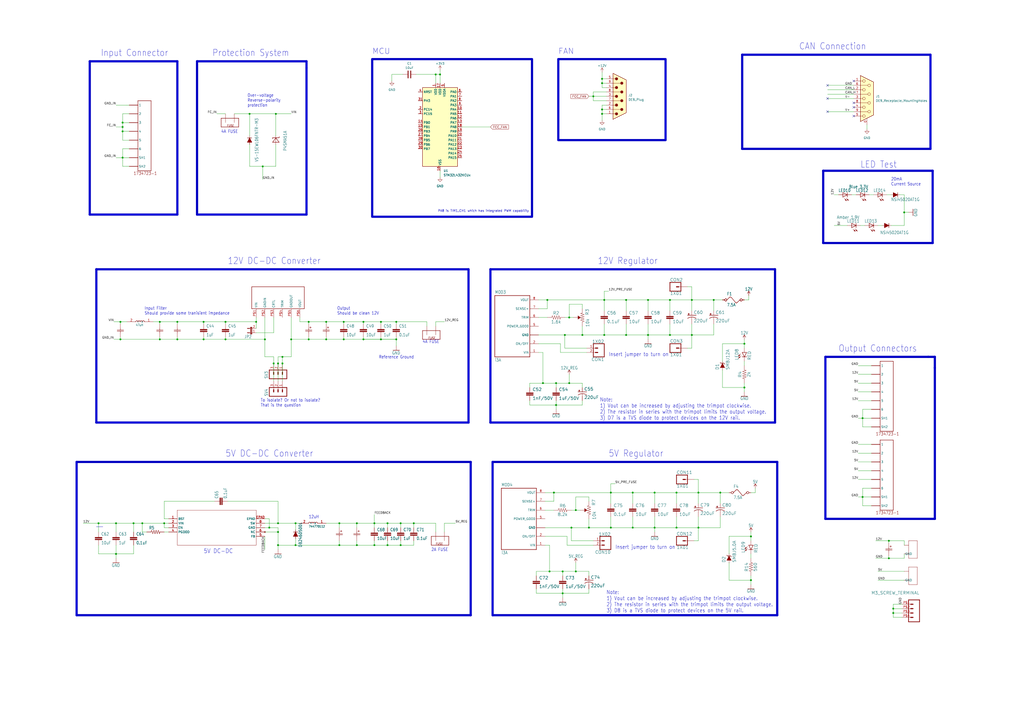
<source format=kicad_sch>
(kicad_sch (version 20230121) (generator eeschema)
  (paper "A2")
  (title_block (title "Fuel Cell Power Board") (rev "Version 2.0") (company "EcoCar"))
  (lib_symbols
    (symbol "Connector:DE9_Plug" (pin_names (offset 1.016) hide)
      (property "Reference" "J" (at 0 13.97 0))
      (property "Value" "DE9_Plug" (at 0 -14.605 0))
      (symbol "DE9_Plug_1_1"
        (pin passive line (at -7.62 -10.16 0) (length 3.81) (name "1") (number "1"))
        (pin passive line (at -7.62 -5.08 0) (length 3.81) (name "2") (number "2"))
        (pin passive line (at -7.62 0 0) (length 3.81) (name "3") (number "3"))
        (pin passive line (at -7.62 5.08 0) (length 3.81) (name "4") (number "4"))
        (pin passive line (at -7.62 10.16 0) (length 3.81) (name "5") (number "5"))
        (pin passive line (at -7.62 -7.62 0) (length 3.81) (name "6") (number "6"))
        (pin passive line (at -7.62 -2.54 0) (length 3.81) (name "7") (number "7"))
        (pin passive line (at -7.62 2.54 0) (length 3.81) (name "8") (number "8"))
        (pin passive line (at -7.62 7.62 0) (length 3.81) (name "9") (number "9"))
      )
    )
    (symbol "Connector:DE9_Receptacle_MountingHoles" (pin_names (offset 1.016) hide)
      (property "Reference" "J" (at 0 16.51 0))
      (property "Value" "DE9_Receptacle_MountingHoles" (at 0 14.605 0))
      (symbol "DE9_Receptacle_MountingHoles_1_1"
        (pin passive line (at 0 -15.24 90) (length 3.81) (name "PAD") (number "0"))
        (pin passive line (at -7.62 10.16 0) (length 3.81) (name "1") (number "1"))
        (pin passive line (at -7.62 5.08 0) (length 3.81) (name "2") (number "2"))
        (pin passive line (at -7.62 0 0) (length 3.81) (name "3") (number "3"))
        (pin passive line (at -7.62 -5.08 0) (length 3.81) (name "4") (number "4"))
        (pin passive line (at -7.62 -10.16 0) (length 3.81) (name "5") (number "5"))
        (pin passive line (at -7.62 7.62 0) (length 3.81) (name "6") (number "6"))
        (pin passive line (at -7.62 2.54 0) (length 3.81) (name "7") (number "7"))
        (pin passive line (at -7.62 -2.54 0) (length 3.81) (name "8") (number "8"))
        (pin passive line (at -7.62 -7.62 0) (length 3.81) (name "9") (number "9"))
      )
    )
    (symbol "Device:C" (pin_numbers hide) (pin_names (offset 0.254))
      (property "Reference" "C" (at 0.635 2.54 0))
      (property "Value" "C" (at 0.635 -2.54 0))
      (symbol "C_1_1"
        (pin passive line (at 0 3.81 270) (length 2.794) (name "~") (number "1"))
        (pin passive line (at 0 -3.81 90) (length 2.794) (name "~") (number "2"))
      )
    )
    (symbol "FCC Power Board Aug 2022_OW-eagle-import:12V" (power)
      (property "Value" "12V" (at 0 2.794 0))
      (symbol "12V_1_0"
        (pin power_in line (at 0 0 90) (length 2.54) (name "12V") (number "1"))
      )
    )
    (symbol "FCC Power Board Aug 2022_OW-eagle-import:1X01"
      (property "Reference" "CON" (at -2.54 3.048 0))
      (symbol "1X01_1_0"
        (pin passive line (at 7.62 0 180) (length 5.08) (name "1") (number "1"))
      )
    )
    (symbol "FCC Power Board Aug 2022_OW-eagle-import:1X02"
      (property "Reference" "CON" (at -2.54 5.588 0))
      (symbol "1X02_1_0"
        (pin passive line (at 7.62 0 180) (length 5.08) (name "1") (number "1"))
        (pin passive line (at 7.62 2.54 180) (length 5.08) (name "2") (number "2"))
      )
    )
    (symbol "FCC Power Board Aug 2022_OW-eagle-import:2X1-CONN"
      (symbol "2X1-CONN_1_0"
        (pin bidirectional line (at -5.08 2.54 0) (length 0) (name "P$1") (number "CIRCUIT1"))
        (pin bidirectional line (at -5.08 -2.54 0) (length 0) (name "GND") (number "GND"))
      )
    )
    (symbol "FCC Power Board Aug 2022_OW-eagle-import:5555140-6"
      (symbol "5555140-6_1_0"
        (text "1734723-1" (at -5.08 -27.94 0) (effects (font (size 1.778 1.5113)) (justify left bottom)))
        (pin bidirectional line (at -7.62 12.7 0) (length 5.08) (name "1") (number "1"))
        (pin bidirectional line (at -7.62 7.62 0) (length 5.08) (name "2") (number "2"))
        (pin bidirectional line (at -7.62 2.54 0) (length 5.08) (name "3") (number "3"))
        (pin bidirectional line (at -7.62 -2.54 0) (length 5.08) (name "4") (number "4"))
        (pin bidirectional line (at -7.62 -7.62 0) (length 5.08) (name "5") (number "5"))
        (pin bidirectional line (at -7.62 -12.7 0) (length 5.08) (name "6") (number "6"))
        (pin bidirectional line (at -7.62 -17.78 0) (length 5.08) (name "SH1") (number "SH1"))
        (pin bidirectional line (at -7.62 -22.86 0) (length 5.08) (name "SH2") (number "SH2"))
      )
    )
    (symbol "FCC Power Board Aug 2022_OW-eagle-import:5V" (power)
      (property "Value" "5V" (at 0 2.794 0))
      (symbol "5V_1_0"
        (pin power_in line (at 0 0 90) (length 2.54) (name "5V") (number "1"))
      )
    )
    (symbol "FCC Power Board Aug 2022_OW-eagle-import:744770112"
      (symbol "744770112_1_0"
        (pin bidirectional line (at 7.62 0 180) (length 5.08) (name "+") (number "1"))
        (pin bidirectional line (at -7.62 0 0) (length 5.08) (name "-") (number "2"))
      )
    )
    (symbol "FCC Power Board Aug 2022_OW-eagle-import:ADP2302ARDZ-5.0-R7"
      (symbol "ADP2302ARDZ-5.0-R7_1_0"
        (pin passive line (at 2.54 0 0) (length 5.08) (name "BST") (number "1"))
        (pin input line (at 2.54 -2.54 0) (length 5.08) (name "VIN") (number "2"))
        (pin output line (at 2.54 -5.08 0) (length 5.08) (name "EN") (number "3"))
        (pin output line (at 2.54 -7.62 0) (length 5.08) (name "PGOOD") (number "4"))
        (pin input line (at 58.42 -10.16 180) (length 5.08) (name "FB") (number "5"))
        (pin no_connect line (at 58.42 -7.62 180) (length 5.08) (name "NC") (number "6"))
        (pin power_in line (at 58.42 -5.08 180) (length 5.08) (name "GND") (number "7"))
        (pin output line (at 58.42 -2.54 180) (length 5.08) (name "SW") (number "8"))
        (pin passive line (at 58.42 0 180) (length 5.08) (name "EPAD") (number "EPAD"))
      )
    )
    (symbol "FCC Power Board Aug 2022_OW-eagle-import:C-EUC0603"
      (property "Reference" "C" (at 1.524 0.381 0))
      (symbol "C-EUC0603_1_0"
        (pin passive line (at 0 2.54 270) (length 2.54) (name "1") (number "1"))
        (pin passive line (at 0 -5.08 90) (length 2.54) (name "2") (number "2"))
      )
    )
    (symbol "FCC Power Board Aug 2022_OW-eagle-import:C-EUC0805"
      (property "Reference" "C" (at 1.524 0.381 0))
      (symbol "C-EUC0805_1_0"
        (pin passive line (at 0 2.54 270) (length 2.54) (name "1") (number "1"))
        (pin passive line (at 0 -5.08 90) (length 2.54) (name "2") (number "2"))
      )
    )
    (symbol "FCC Power Board Aug 2022_OW-eagle-import:C-EUC1210"
      (property "Reference" "C" (at 1.524 0.381 0))
      (symbol "C-EUC1210_1_0"
        (pin passive line (at 0 2.54 270) (length 2.54) (name "1") (number "1"))
        (pin passive line (at 0 -5.08 90) (length 2.54) (name "2") (number "2"))
      )
    )
    (symbol "FCC Power Board Aug 2022_OW-eagle-import:CAPACITOR_0805"
      (property "Reference" "C" (at 1.524 2.921 0))
      (symbol "CAPACITOR_0805_1_0"
        (pin passive line (at 0 5.08 270) (length 2.54) (name "1") (number "1"))
        (pin passive line (at 0 -2.54 90) (length 2.54) (name "2") (number "2"))
      )
    )
    (symbol "FCC Power Board Aug 2022_OW-eagle-import:CAPACITOR_ELECTROLYTIC_220UF"
      (property "Reference" "C" (at 1.016 0.635 0))
      (symbol "CAPACITOR_ELECTROLYTIC_220UF_1_0"
        (pin passive line (at 0 2.54 270) (length 2.54) (name "+") (number "+"))
        (pin passive line (at 0 -5.08 90) (length 2.54) (name "-") (number "-"))
      )
    )
    (symbol "FCC Power Board Aug 2022_OW-eagle-import:CONVERTER_I3A"
      (property "Reference" "MOD" (at 0 36.576 0))
      (symbol "CONVERTER_I3A_1_0"
        (pin bidirectional line (at 25.4 2.54 180) (length 5.08) (name "VIN") (number "1"))
        (pin bidirectional line (at 25.4 7.62 180) (length 5.08) (name "ON/OFF") (number "2"))
        (pin bidirectional line (at 25.4 12.7 180) (length 5.08) (name "GND") (number "3"))
        (pin bidirectional line (at 25.4 12.7 180) (length 5.08) (name "GND") (number "4"))
        (pin bidirectional line (at 25.4 17.78 180) (length 5.08) (name "POWER_GOOD") (number "5"))
        (pin bidirectional line (at 25.4 22.86 180) (length 5.08) (name "TRIM") (number "6"))
        (pin bidirectional line (at 25.4 27.94 180) (length 5.08) (name "SENSE+") (number "7"))
        (pin bidirectional line (at 25.4 33.02 180) (length 5.08) (name "VOUT") (number "8"))
      )
    )
    (symbol "FCC Power Board Aug 2022_OW-eagle-import:DB2460500L"
      (symbol "DB2460500L_1_0"
        (pin passive line (at -2.54 0 0) (length 2.54) (name "A") (number "A"))
        (pin passive line (at 2.54 0 180) (length 2.54) (name "C") (number "C"))
      )
    )
    (symbol "FCC Power Board Aug 2022_OW-eagle-import:DIODE_TVS_UNI_DO-214AA"
      (property "Reference" "D" (at -2.54 2.032 0))
      (symbol "DIODE_TVS_UNI_DO-214AA_1_0"
        (pin passive line (at -2.54 0 0) (length 0) (name "A") (number "A"))
        (pin passive line (at 2.54 0 180) (length 0) (name "C") (number "C"))
      )
    )
    (symbol "FCC Power Board Aug 2022_OW-eagle-import:EEU-FC2A221"
      (symbol "EEU-FC2A221_1_0"
        (pin passive line (at 0 0 0) (length 2.54) (name "11") (number "1"))
        (pin passive line (at 7.62 0 180) (length 2.54) (name "22") (number "2"))
      )
    )
    (symbol "FCC Power Board Aug 2022_OW-eagle-import:EEUFR1H221B"
      (symbol "EEUFR1H221B_1_0"
        (pin passive line (at 0 0 0) (length 2.54) (name "11") (number "1"))
        (pin passive line (at 7.62 0 180) (length 2.54) (name "22") (number "2"))
      )
    )
    (symbol "FCC Power Board Aug 2022_OW-eagle-import:EcoCar-Miscellaneous_GND" (power)
      (property "Value" "EcoCar-Miscellaneous_GND" (at 0 -0.254 0))
      (symbol "EcoCar-Miscellaneous_GND_1_0"
        (pin power_in line (at 0 2.54 270) (length 2.54) (name "GND") (number "1"))
      )
    )
    (symbol "FCC Power Board Aug 2022_OW-eagle-import:FUSEHOLDER_VERTICAL"
      (property "Reference" "F" (at -5.08 2.54 0))
      (symbol "FUSEHOLDER_VERTICAL_1_0"
        (pin passive inverted (at -7.62 0 0) (length 2.54) (name "1") (number "1"))
        (pin passive inverted (at -7.62 0 0) (length 2.54) (name "1") (number "2"))
        (pin passive inverted (at 5.08 0 180) (length 2.54) (name "2") (number "3"))
        (pin passive inverted (at 5.08 0 180) (length 2.54) (name "2") (number "4"))
      )
    )
    (symbol "FCC Power Board Aug 2022_OW-eagle-import:GND" (power)
      (property "Value" "GND" (at -2.54 -2.54 0))
      (symbol "GND_1_0"
        (pin power_in line (at 0 2.54 270) (length 2.54) (name "GND") (number "1"))
      )
    )
    (symbol "FCC Power Board Aug 2022_OW-eagle-import:JP1E"
      (property "Reference" "JP" (at -1.27 0 90))
      (symbol "JP1E_1_0"
        (pin passive line (at 0 -2.54 90) (length 2.54) (name "1") (number "1"))
        (pin passive line (at 2.54 -2.54 90) (length 2.54) (name "2") (number "2"))
      )
    )
    (symbol "FCC Power Board Aug 2022_OW-eagle-import:LEDCHIPLED_0805"
      (property "Reference" "LED" (at 3.556 -4.572 90))
      (symbol "LEDCHIPLED_0805_1_0"
        (pin passive line (at 0 2.54 270) (length 2.54) (name "A") (number "A"))
        (pin passive line (at 0 -5.08 90) (length 2.54) (name "C") (number "C"))
      )
    )
    (symbol "FCC Power Board Aug 2022_OW-eagle-import:LED_0805"
      (property "Reference" "LED" (at -3.429 -4.572 90))
      (symbol "LED_0805_1_0"
        (pin passive line (at 0 2.54 270) (length 2.54) (name "A") (number "1"))
        (pin passive line (at 0 -5.08 90) (length 2.54) (name "C") (number "2"))
      )
    )
    (symbol "FCC Power Board Aug 2022_OW-eagle-import:M3_SCREW_TERMINAL"
      (symbol "M3_SCREW_TERMINAL_1_0"
        (pin passive line (at 5.08 -2.54 180) (length 5.08) (name "1") (number "P$1"))
        (pin passive line (at 5.08 0 180) (length 5.08) (name "2") (number "P$2"))
        (pin passive line (at 5.08 2.54 180) (length 5.08) (name "3") (number "P$3"))
        (pin passive line (at 5.08 5.08 180) (length 5.08) (name "4") (number "P$4"))
      )
    )
    (symbol "FCC Power Board Aug 2022_OW-eagle-import:MA03-1"
      (property "Reference" "SV" (at -1.27 5.842 0))
      (symbol "MA03-1_1_0"
        (pin passive line (at 7.62 -2.54 180) (length 5.08) (name "1") (number "1"))
        (pin passive line (at 7.62 0 180) (length 5.08) (name "2") (number "2"))
        (pin passive line (at 7.62 2.54 180) (length 5.08) (name "3") (number "3"))
      )
    )
    (symbol "FCC Power Board Aug 2022_OW-eagle-import:NSI45020AT1G"
      (symbol "NSI45020AT1G_1_0"
        (pin passive line (at -2.54 0 0) (length 2.54) (name "A") (number "A"))
        (pin passive line (at 2.54 0 180) (length 2.54) (name "C") (number "C"))
      )
    )
    (symbol "FCC Power Board Aug 2022_OW-eagle-import:P4SMA51A"
      (symbol "P4SMA51A_1_0"
        (pin passive line (at -2.54 0 0) (length 2.54) (name "A") (number "A"))
        (pin passive line (at 2.54 0 180) (length 2.54) (name "C") (number "K"))
      )
    )
    (symbol "FCC Power Board Aug 2022_OW-eagle-import:PA4320"
      (symbol "PA4320_1_0"
        (pin bidirectional line (at 7.62 0 180) (length 5.08) (name "+") (number "1"))
        (pin bidirectional line (at -7.62 0 0) (length 5.08) (name "-") (number "2"))
      )
    )
    (symbol "FCC Power Board Aug 2022_OW-eagle-import:R-US_R0603"
      (property "Reference" "R" (at -3.81 1.4986 0))
      (symbol "R-US_R0603_1_0"
        (pin passive line (at -5.08 0 0) (length 2.54) (name "1") (number "1"))
        (pin passive line (at 5.08 0 180) (length 2.54) (name "2") (number "2"))
      )
    )
    (symbol "FCC Power Board Aug 2022_OW-eagle-import:RESISTOR_0805"
      (property "Reference" "R" (at 0 1.524 0))
      (symbol "RESISTOR_0805_1_0"
        (pin passive line (at -5.08 0 0) (length 2.54) (name "1") (number "1"))
        (pin passive line (at 5.08 0 180) (length 2.54) (name "2") (number "2"))
      )
    )
    (symbol "FCC Power Board Aug 2022_OW-eagle-import:RESISTOR_TRIMPOT"
      (property "Reference" "R" (at -1.524 2.54 90))
      (symbol "RESISTOR_TRIMPOT_1_0"
        (pin passive line (at 0 5.08 270) (length 2.54) (name "CCW") (number "1"))
        (pin passive line (at 5.08 0 180) (length 2.54) (name "WIPER") (number "2"))
        (pin passive line (at 0 -5.08 90) (length 2.54) (name "CW") (number "3"))
      )
    )
    (symbol "FCC Power Board Aug 2022_OW-eagle-import:RPA60-2412SFW_P"
      (symbol "RPA60-2412SFW_P_1_0"
        (pin bidirectional line (at -5.08 15.24 0) (length 5.08) (name "VIN") (number "P$1"))
        (pin bidirectional line (at -5.08 10.16 0) (length 5.08) (name "GNDIN") (number "P$2"))
        (pin bidirectional line (at -5.08 5.08 0) (length 5.08) (name "CRTL") (number "P$3"))
        (pin bidirectional line (at -5.08 0 0) (length 5.08) (name "TRIM") (number "P$4"))
        (pin bidirectional line (at -5.08 -5.08 0) (length 5.08) (name "GNDOUT") (number "P$5"))
        (pin bidirectional line (at -5.08 -10.16 0) (length 5.08) (name "VOUT") (number "P$6"))
      )
    )
    (symbol "FCC Power Board Aug 2022_OW-eagle-import:SHELL2013_FUSEMINI-BLADE"
      (symbol "SHELL2013_FUSEMINI-BLADE_1_0"
        (text "FUSE" (at -2.54 0 0) (effects (font (size 1.27 1.0795)) (justify left bottom)))
        (pin bidirectional line (at -2.54 7.62 270) (length 5.08) (name "IN") (number "IN"))
        (pin bidirectional line (at 2.54 7.62 270) (length 5.08) (name "OUT") (number "OUT"))
      )
    )
    (symbol "FCC Power Board Aug 2022_OW-eagle-import:VIN" (power)
      (property "Value" "VIN" (at 0 2.794 0))
      (symbol "VIN_1_0"
        (pin power_in line (at 0 0 90) (length 2.54) (name "VIN") (number "1"))
      )
    )
    (symbol "FCC Power Board Aug 2022_OW-eagle-import:VS-15EWL06FNTR-M3"
      (symbol "VS-15EWL06FNTR-M3_1_0"
        (pin passive line (at -2.54 0 0) (length 2.54) (name "A") (number "1"))
        (pin passive line (at -2.54 0 0) (length 2.54) (name "A") (number "2"))
        (pin passive line (at 2.54 0 180) (length 2.54) (name "C") (number "3"))
      )
    )
    (symbol "MCU_ST_STM32L4:STM32L432KCUx"
      (property "Reference" "U" (at -10.16 24.13 0))
      (property "Value" "STM32L432KCUx" (at 5.08 24.13 0))
      (symbol "STM32L432KCUx_1_1"
        (pin power_in line (at -2.54 25.4 270) (length 2.54) (name "VDD") (number "1"))
        (pin bidirectional line (at 12.7 10.16 180) (length 2.54) (name "PA4") (number "10"))
        (pin bidirectional line (at 12.7 7.62 180) (length 2.54) (name "PA5") (number "11"))
        (pin bidirectional line (at 12.7 5.08 180) (length 2.54) (name "PA6") (number "12"))
        (pin bidirectional line (at 12.7 2.54 180) (length 2.54) (name "PA7") (number "13"))
        (pin bidirectional line (at -12.7 2.54 0) (length 2.54) (name "PB0") (number "14"))
        (pin bidirectional line (at -12.7 0 0) (length 2.54) (name "PB1") (number "15"))
        (pin power_in line (at 0 -25.4 90) (length 2.54) (name "VSS") (number "16"))
        (pin power_in line (at 0 25.4 270) (length 2.54) (name "VDD") (number "17"))
        (pin bidirectional line (at 12.7 0 180) (length 2.54) (name "PA8") (number "18"))
        (pin bidirectional line (at 12.7 -2.54 180) (length 2.54) (name "PA9") (number "19"))
        (pin bidirectional line (at -12.7 10.16 0) (length 2.54) (name "PC14") (number "2"))
        (pin bidirectional line (at 12.7 -5.08 180) (length 2.54) (name "PA10") (number "20"))
        (pin bidirectional line (at 12.7 -7.62 180) (length 2.54) (name "PA11") (number "21"))
        (pin bidirectional line (at 12.7 -10.16 180) (length 2.54) (name "PA12") (number "22"))
        (pin bidirectional line (at 12.7 -12.7 180) (length 2.54) (name "PA13") (number "23"))
        (pin bidirectional line (at 12.7 -15.24 180) (length 2.54) (name "PA14") (number "24"))
        (pin bidirectional line (at 12.7 -17.78 180) (length 2.54) (name "PA15") (number "25"))
        (pin bidirectional line (at -12.7 -2.54 0) (length 2.54) (name "PB3") (number "26"))
        (pin bidirectional line (at -12.7 -5.08 0) (length 2.54) (name "PB4") (number "27"))
        (pin bidirectional line (at -12.7 -7.62 0) (length 2.54) (name "PB5") (number "28"))
        (pin bidirectional line (at -12.7 -10.16 0) (length 2.54) (name "PB6") (number "29"))
        (pin bidirectional line (at -12.7 7.62 0) (length 2.54) (name "PC15") (number "3"))
        (pin bidirectional line (at -12.7 -12.7 0) (length 2.54) (name "PB7") (number "30"))
        (pin bidirectional line (at -12.7 15.24 0) (length 2.54) (name "PH3") (number "31"))
        (pin passive line (at 0 -25.4 90) (length 2.54) hide (name "VSS") (number "32"))
        (pin passive line (at 0 -25.4 90) (length 2.54) hide (name "VSS") (number "33"))
        (pin input line (at -12.7 20.32 0) (length 2.54) (name "NRST") (number "4"))
        (pin power_in line (at 2.54 25.4 270) (length 2.54) (name "VDDA") (number "5"))
        (pin bidirectional line (at 12.7 20.32 180) (length 2.54) (name "PA0") (number "6"))
        (pin bidirectional line (at 12.7 17.78 180) (length 2.54) (name "PA1") (number "7"))
        (pin bidirectional line (at 12.7 15.24 180) (length 2.54) (name "PA2") (number "8"))
        (pin bidirectional line (at 12.7 12.7 180) (length 2.54) (name "PA3") (number "9"))
      )
    )
    (symbol "power:+12V" (power) (pin_names (offset 0))
      (property "Value" "+12V" (at 0 3.556 0))
      (symbol "+12V_1_1"
        (pin power_in line (at 0 0 90) (length 0) hide (name "+12V") (number "1"))
      )
    )
    (symbol "power:+3V3" (power) (pin_names (offset 0))
      (property "Value" "+3V3" (at 0 3.556 0))
      (symbol "+3V3_1_1"
        (pin power_in line (at 0 0 90) (length 0) hide (name "+3V3") (number "1"))
      )
    )
    (symbol "power:GND" (power) (pin_names (offset 0))
      (property "Value" "GND" (at 0 -3.81 0))
      (symbol "GND_1_1"
        (pin power_in line (at 0 0 270) (length 0) hide (name "GND") (number "1"))
      )
    )
  )
  (junction (at 322.58 234.95))
  (junction (at 161.29 303.53))
  (junction (at 168.91 196.85))
  (junction (at 95.25 303.53))
  (junction (at 354.33 306.07))
  (junction (at 330.2 184.15))
  (junction (at 350.52 194.31))
  (junction (at 349.25 66.04))
  (junction (at 156.21 306.07))
  (junction (at 161.29 316.23))
  (junction (at 330.2 222.25))
  (junction (at 67.31 303.53))
  (junction (at 71.12 73.66))
  (junction (at 401.32 173.99))
  (junction (at 518.16 353.06))
  (junction (at 144.78 66.04))
  (junction (at 77.47 303.53))
  (junction (at 363.22 173.99))
  (junction (at 130.81 196.85))
  (junction (at 431.8 199.39))
  (junction (at 367.03 306.07))
  (junction (at 118.11 196.85))
  (junction (at 153.67 196.85))
  (junction (at 69.85 186.69))
  (junction (at 334.01 295.91))
  (junction (at 350.52 173.99))
  (junction (at 220.98 186.69))
  (junction (at 337.82 194.31))
  (junction (at 515.62 323.85))
  (junction (at 379.73 306.07))
  (junction (at 322.58 222.25))
  (junction (at 232.41 316.23))
  (junction (at 69.85 196.85))
  (junction (at 405.13 306.07))
  (junction (at 71.12 91.44))
  (junction (at 392.43 285.75))
  (junction (at 130.81 186.69))
  (junction (at 118.11 186.69))
  (junction (at 199.39 196.85))
  (junction (at 161.29 210.82))
  (junction (at 217.17 303.53))
  (junction (at 417.83 285.75))
  (junction (at 220.98 196.85))
  (junction (at 210.82 186.69))
  (junction (at 196.85 316.23))
  (junction (at 171.45 303.53))
  (junction (at 160.02 66.04))
  (junction (at 82.55 303.53))
  (junction (at 500.38 242.57))
  (junction (at 414.02 173.99))
  (junction (at 224.79 303.53))
  (junction (at 405.13 285.75))
  (junction (at 240.03 303.53))
  (junction (at 375.92 173.99))
  (junction (at 314.96 222.25))
  (junction (at 252.73 43.18))
  (junction (at 67.31 321.31))
  (junction (at 518.16 355.6))
  (junction (at 379.73 285.75))
  (junction (at 92.71 186.69))
  (junction (at 158.75 210.82))
  (junction (at 163.83 207.01))
  (junction (at 148.59 186.69))
  (junction (at 179.07 186.69))
  (junction (at 349.25 48.26))
  (junction (at 334.01 331.47))
  (junction (at 171.45 316.23))
  (junction (at 349.25 63.5))
  (junction (at 326.39 331.47))
  (junction (at 161.29 308.61))
  (junction (at 255.27 43.18))
  (junction (at 321.31 285.75))
  (junction (at 71.12 76.2))
  (junction (at 354.33 285.75))
  (junction (at 392.43 306.07))
  (junction (at 163.83 210.82))
  (junction (at 229.87 196.85))
  (junction (at 102.87 186.69))
  (junction (at 344.17 55.88))
  (junction (at 524.51 123.19))
  (junction (at 199.39 186.69))
  (junction (at 515.62 313.69))
  (junction (at 189.23 186.69))
  (junction (at 57.15 303.53))
  (junction (at 224.79 316.23))
  (junction (at 331.47 306.07))
  (junction (at 431.8 224.79))
  (junction (at 349.25 45.72))
  (junction (at 71.12 71.12))
  (junction (at 375.92 194.31))
  (junction (at 388.62 194.31))
  (junction (at 210.82 196.85))
  (junction (at 327.66 194.31))
  (junction (at 341.63 306.07))
  (junction (at 102.87 196.85))
  (junction (at 196.85 303.53))
  (junction (at 317.5 173.99))
  (junction (at 367.03 285.75))
  (junction (at 217.17 316.23))
  (junction (at 207.01 303.53))
  (junction (at 326.39 344.17))
  (junction (at 152.4 96.52))
  (junction (at 435.61 311.15))
  (junction (at 92.71 196.85))
  (junction (at 500.38 288.29))
  (junction (at 388.62 173.99))
  (junction (at 189.23 196.85))
  (junction (at 232.41 303.53))
  (junction (at 401.32 194.31))
  (junction (at 229.87 186.69))
  (junction (at 318.77 331.47))
  (junction (at 363.22 194.31))
  (junction (at 179.07 196.85))
  (junction (at 207.01 316.23))
  (junction (at 435.61 336.55))
  (no_connect (at 495.3 59.69))
  (no_connect (at 495.3 67.31))
  (no_connect (at 480.06 64.77))
  (no_connect (at 480.06 57.15))
  (no_connect (at 495.3 62.23))
  (no_connect (at 495.3 46.99))
  (no_connect (at 480.06 49.53))
  (wire (pts (xy 316.23 290.83) (xy 321.31 290.83)) (stroke (width 0.1524)))
  (wire (pts (xy 171.45 316.23) (xy 196.85 316.23)) (stroke (width 0.1524)))
  (wire (pts (xy 351.79 63.5) (xy 349.25 63.5)))
  (wire (pts (xy 350.52 180.34) (xy 350.52 173.99)) (stroke (width 0.1524)))
  (wire (pts (xy 337.82 189.23) (xy 337.82 194.31)) (stroke (width 0.1524)))
  (wire (pts (xy 518.16 355.6) (xy 518.16 358.14)) (stroke (width 0.1524)))
  (wire (pts (xy 402.59 278.13) (xy 405.13 278.13)) (stroke (width 0.1524)))
  (wire (pts (xy 328.93 311.15) (xy 328.93 316.23)) (stroke (width 0.1524)))
  (wire (pts (xy 354.33 299.72) (xy 354.33 306.07)) (stroke (width 0.1524)))
  (wire (pts (xy 431.8 222.25) (xy 431.8 224.79)) (stroke (width 0.1524)))
  (wire (pts (xy 405.13 292.1) (xy 405.13 285.75)) (stroke (width 0.1524)))
  (wire (pts (xy 74.93 91.44) (xy 73.66 91.44)))
  (wire (pts (xy 321.31 285.75) (xy 354.33 285.75)) (stroke (width 0.1524)))
  (wire (pts (xy 317.5 173.99) (xy 350.52 173.99)) (stroke (width 0.1524)))
  (wire (pts (xy 311.15 334.01) (xy 311.15 331.47)) (stroke (width 0.1524)))
  (wire (pts (xy 356.87 280.67) (xy 354.33 280.67)) (stroke (width 0.1524)))
  (wire (pts (xy 189.23 196.85) (xy 199.39 196.85)))
  (wire (pts (xy 349.25 45.72) (xy 351.79 45.72)))
  (wire (pts (xy 379.73 292.1) (xy 379.73 285.75)) (stroke (width 0.1524)))
  (wire (pts (xy 67.31 316.23) (xy 67.31 321.31)) (stroke (width 0.1524)))
  (polyline (pts (xy 55.88 156.21) (xy 271.78 156.21)) (stroke (width 1.27) (type solid)))
  (wire (pts (xy 500.38 283.21) (xy 505.46 283.21)) (stroke (width 0.1524)))
  (wire (pts (xy 196.85 306.07) (xy 196.85 303.53)) (stroke (width 0.1524)))
  (wire (pts (xy 227.33 43.18) (xy 227.33 46.99)))
  (wire (pts (xy 224.79 306.07) (xy 224.79 303.53)) (stroke (width 0.1524)))
  (wire (pts (xy 341.63 331.47) (xy 341.63 334.01)) (stroke (width 0.1524)))
  (wire (pts (xy 316.23 316.23) (xy 318.77 316.23)) (stroke (width 0.1524)))
  (wire (pts (xy 189.23 187.96) (xy 189.23 186.69)) (stroke (width 0.1524)))
  (wire (pts (xy 405.13 306.07) (xy 417.83 306.07)) (stroke (width 0.1524)))
  (polyline (pts (xy 478.79 207.01) (xy 478.79 300.99)) (stroke (width 1.27) (type solid)))
  (wire (pts (xy 92.71 195.58) (xy 92.71 196.85)))
  (polyline (pts (xy 177.8 124.46) (xy 177.8 39.37)) (stroke (width 1.27) (type solid)))
  (wire (pts (xy 168.91 196.85) (xy 168.91 207.01)) (stroke (width 0.1524)))
  (wire (pts (xy 163.83 210.82) (xy 163.83 220.98)) (stroke (width 0.1524)))
  (wire (pts (xy 349.25 45.72) (xy 349.25 48.26)))
  (wire (pts (xy 148.59 193.04) (xy 158.75 193.04)) (stroke (width 0.1524)))
  (wire (pts (xy 77.47 303.53) (xy 67.31 303.53)) (stroke (width 0.1524)))
  (wire (pts (xy 160.02 66.04) (xy 168.91 66.04)) (stroke (width 0.1524)))
  (wire (pts (xy 71.12 71.12) (xy 71.12 66.04)) (stroke (width 0.1524)))
  (polyline (pts (xy 52.07 35.56) (xy 102.87 35.56)) (stroke (width 1.27) (type solid)))
  (wire (pts (xy 158.75 193.04) (xy 158.75 184.15)) (stroke (width 0.1524)))
  (wire (pts (xy 48.26 303.53) (xy 57.15 303.53)))
  (wire (pts (xy 173.99 186.69) (xy 179.07 186.69)) (stroke (width 0.1524)))
  (wire (pts (xy 354.33 280.67) (xy 354.33 285.75)) (stroke (width 0.1524)))
  (wire (pts (xy 71.12 86.36) (xy 72.39 86.36)) (stroke (width 0.1524)))
  (wire (pts (xy 57.15 321.31) (xy 57.15 316.23)) (stroke (width 0.1524)))
  (wire (pts (xy 422.91 311.15) (xy 422.91 321.31)) (stroke (width 0.1524)))
  (wire (pts (xy 171.45 316.23) (xy 171.45 312.42)) (stroke (width 0.1524)))
  (polyline (pts (xy 449.58 245.11) (xy 284.48 245.11)) (stroke (width 1.27) (type solid)))
  (wire (pts (xy 321.31 285.75) (xy 316.23 285.75)) (stroke (width 0.1524)))
  (wire (pts (xy 422.91 336.55) (xy 435.61 336.55)) (stroke (width 0.1524)))
  (wire (pts (xy 82.55 308.61) (xy 85.09 308.61)) (stroke (width 0.1524)))
  (wire (pts (xy 241.3 43.18) (xy 252.73 43.18)))
  (wire (pts (xy 524.51 113.03) (xy 521.97 113.03)) (stroke (width 0.1524)))
  (polyline (pts (xy 450.85 356.87) (xy 285.75 356.87)) (stroke (width 1.27) (type solid)))
  (wire (pts (xy 232.41 316.23) (xy 240.03 316.23)) (stroke (width 0.1524)))
  (wire (pts (xy 220.98 195.58) (xy 220.98 196.85)))
  (wire (pts (xy 414.02 180.34) (xy 414.02 173.99)) (stroke (width 0.1524)))
  (wire (pts (xy 67.31 303.53) (xy 57.15 303.53)) (stroke (width 0.1524)))
  (wire (pts (xy 210.82 187.96) (xy 210.82 186.69)) (stroke (width 0.1524)))
  (polyline (pts (xy 478.79 300.99) (xy 542.29 300.99)) (stroke (width 1.27) (type solid)))
  (wire (pts (xy 207.01 306.07) (xy 207.01 303.53)) (stroke (width 0.1524)))
  (wire (pts (xy 314.96 204.47) (xy 314.96 222.25)) (stroke (width 0.1524)))
  (wire (pts (xy 161.29 303.53) (xy 153.67 303.53)) (stroke (width 0.1524)))
  (wire (pts (xy 160.02 66.04) (xy 160.02 78.74)) (stroke (width 0.1524)))
  (wire (pts (xy 508 313.69) (xy 515.62 313.69)) (stroke (width 0.1524)))
  (wire (pts (xy 419.1 224.79) (xy 431.8 224.79)) (stroke (width 0.1524)))
  (wire (pts (xy 363.22 173.99) (xy 375.92 173.99)) (stroke (width 0.1524)))
  (wire (pts (xy 153.67 311.15) (xy 153.67 318.77)) (stroke (width 0.1524)))
  (wire (pts (xy 363.22 194.31) (xy 375.92 194.31)) (stroke (width 0.1524)))
  (wire (pts (xy 220.98 187.96) (xy 220.98 186.69)) (stroke (width 0.1524)))
  (wire (pts (xy 232.41 313.69) (xy 232.41 316.23)) (stroke (width 0.1524)))
  (wire (pts (xy 95.25 308.61) (xy 97.79 308.61)) (stroke (width 0.1524)))
  (polyline (pts (xy 538.48 207.01) (xy 542.29 207.01)) (stroke (width 1.27) (type solid)))
  (wire (pts (xy 330.2 222.25) (xy 337.82 222.25)) (stroke (width 0.1524)))
  (wire (pts (xy 196.85 313.69) (xy 196.85 316.23)) (stroke (width 0.1524)))
  (wire (pts (xy 414.02 187.96) (xy 414.02 194.31)) (stroke (width 0.1524)))
  (wire (pts (xy 156.21 300.99) (xy 156.21 306.07)) (stroke (width 0.1524)))
  (polyline (pts (xy 477.52 99.06) (xy 541.02 99.06)) (stroke (width 1.27) (type solid)))
  (wire (pts (xy 337.82 176.53) (xy 330.2 176.53)) (stroke (width 0.1524)))
  (wire (pts (xy 334.01 295.91) (xy 336.55 295.91)) (stroke (width 0.1524)))
  (wire (pts (xy 341.63 306.07) (xy 354.33 306.07)) (stroke (width 0.1524)))
  (wire (pts (xy 505.46 242.57) (xy 500.38 242.57)) (stroke (width 0.1524)))
  (wire (pts (xy 344.17 55.88) (xy 344.17 58.42)))
  (wire (pts (xy 69.85 186.69) (xy 66.04 186.69)) (stroke (width 0.1524)))
  (wire (pts (xy 480.06 64.77) (xy 495.3 64.77)))
  (wire (pts (xy 161.29 306.07) (xy 161.29 308.61)) (stroke (width 0.1524)))
  (wire (pts (xy 168.91 184.15) (xy 168.91 196.85)) (stroke (width 0.1524)))
  (wire (pts (xy 388.62 187.96) (xy 388.62 194.31)) (stroke (width 0.1524)))
  (wire (pts (xy 422.91 326.39) (xy 422.91 336.55)) (stroke (width 0.1524)))
  (polyline (pts (xy 477.52 99.06) (xy 477.52 140.97)) (stroke (width 1.27) (type solid)))
  (wire (pts (xy 401.32 201.93) (xy 398.78 201.93)) (stroke (width 0.1524)))
  (wire (pts (xy 435.61 334.01) (xy 435.61 336.55)) (stroke (width 0.1524)))
  (wire (pts (xy 515.62 323.85) (xy 508 323.85)) (stroke (width 0.1524)))
  (wire (pts (xy 161.29 316.23) (xy 171.45 316.23)) (stroke (width 0.1524)))
  (wire (pts (xy 438.15 285.75) (xy 438.15 283.21)) (stroke (width 0.1524)))
  (wire (pts (xy 229.87 196.85) (xy 229.87 200.66)) (stroke (width 0.1524)))
  (wire (pts (xy 500.38 247.65) (xy 500.38 242.57)) (stroke (width 0.1524)))
  (polyline (pts (xy 285.75 267.97) (xy 285.75 356.87)) (stroke (width 1.27) (type solid)))
  (wire (pts (xy 158.75 207.01) (xy 158.75 210.82)) (stroke (width 0.1524)))
  (wire (pts (xy 331.47 306.07) (xy 316.23 306.07)) (stroke (width 0.1524)))
  (wire (pts (xy 431.8 224.79) (xy 431.8 227.33)) (stroke (width 0.1524)))
  (wire (pts (xy 330.2 176.53) (xy 330.2 184.15)) (stroke (width 0.1524)))
  (wire (pts (xy 515.62 322.58) (xy 515.62 323.85)))
  (wire (pts (xy 349.25 41.91) (xy 349.25 45.72)))
  (wire (pts (xy 330.2 217.17) (xy 330.2 222.25)) (stroke (width 0.1524)))
  (wire (pts (xy 161.29 316.23) (xy 161.29 318.77)) (stroke (width 0.1524)))
  (wire (pts (xy 77.47 308.61) (xy 77.47 303.53)) (stroke (width 0.1524)))
  (wire (pts (xy 217.17 313.69) (xy 217.17 316.23)) (stroke (width 0.1524)))
  (wire (pts (xy 71.12 66.04) (xy 74.93 66.04)) (stroke (width 0.1524)))
  (wire (pts (xy 326.39 341.63) (xy 326.39 344.17)) (stroke (width 0.1524)))
  (wire (pts (xy 524.51 331.47) (xy 509.27 331.47)) (stroke (width 0.1524)))
  (wire (pts (xy 500.38 293.37) (xy 500.38 288.29)) (stroke (width 0.1524)))
  (wire (pts (xy 153.67 196.85) (xy 153.67 207.01)) (stroke (width 0.1524)))
  (wire (pts (xy 171.45 303.53) (xy 173.99 303.53)) (stroke (width 0.1524)))
  (polyline (pts (xy 52.07 124.46) (xy 52.07 35.56)) (stroke (width 1.27) (type solid)))
  (polyline (pts (xy 541.02 99.06) (xy 541.02 140.97)) (stroke (width 1.27) (type solid)))
  (wire (pts (xy 500.38 242.57) (xy 500.38 237.49)) (stroke (width 0.1524)))
  (wire (pts (xy 337.82 234.95) (xy 337.82 232.41)) (stroke (width 0.1524)))
  (wire (pts (xy 523.24 355.6) (xy 518.16 355.6)) (stroke (width 0.1524)))
  (wire (pts (xy 500.38 288.29) (xy 500.38 283.21)) (stroke (width 0.1524)))
  (wire (pts (xy 152.4 96.52) (xy 160.02 96.52)) (stroke (width 0.1524)))
  (wire (pts (xy 95.25 306.07) (xy 97.79 306.07)) (stroke (width 0.1524)))
  (wire (pts (xy 163.83 207.01) (xy 161.29 207.01)) (stroke (width 0.1524)))
  (wire (pts (xy 220.98 196.85) (xy 229.87 196.85)))
  (wire (pts (xy 311.15 331.47) (xy 318.77 331.47)) (stroke (width 0.1524)))
  (wire (pts (xy 92.71 196.85) (xy 102.87 196.85)) (stroke (width 0.1524)))
  (wire (pts (xy 431.8 199.39) (xy 431.8 196.85)) (stroke (width 0.1524)))
  (wire (pts (xy 240.03 306.07) (xy 240.03 303.53)) (stroke (width 0.1524)))
  (wire (pts (xy 344.17 58.42) (xy 351.79 58.42)))
  (wire (pts (xy 500.38 288.29) (xy 497.84 288.29)) (stroke (width 0.1524)))
  (wire (pts (xy 405.13 299.72) (xy 405.13 306.07)) (stroke (width 0.1524)))
  (polyline (pts (xy 52.07 124.46) (xy 102.87 124.46)) (stroke (width 1.27) (type solid)))
  (wire (pts (xy 240.03 316.23) (xy 240.03 313.69)) (stroke (width 0.1524)))
  (wire (pts (xy 341.63 300.99) (xy 341.63 306.07)) (stroke (width 0.1524)))
  (wire (pts (xy 95.25 300.99) (xy 97.79 300.99)) (stroke (width 0.1524)))
  (wire (pts (xy 505.46 222.25) (xy 497.84 222.25)) (stroke (width 0.1524)))
  (wire (pts (xy 500.38 242.57) (xy 497.84 242.57)) (stroke (width 0.1524)))
  (wire (pts (xy 102.87 187.96) (xy 102.87 186.69)) (stroke (width 0.1524)))
  (wire (pts (xy 524.51 321.31) (xy 524.51 323.85)) (stroke (width 0.1524)))
  (wire (pts (xy 71.12 81.28) (xy 71.12 76.2)) (stroke (width 0.1524)))
  (wire (pts (xy 95.25 290.83) (xy 124.46 290.83)) (stroke (width 0.1524)))
  (wire (pts (xy 379.73 285.75) (xy 392.43 285.75)) (stroke (width 0.1524)))
  (wire (pts (xy 217.17 306.07) (xy 217.17 303.53)) (stroke (width 0.1524)))
  (wire (pts (xy 322.58 222.25) (xy 322.58 224.79)) (stroke (width 0.1524)))
  (wire (pts (xy 312.42 179.07) (xy 317.5 179.07)) (stroke (width 0.1524)))
  (wire (pts (xy 392.43 306.07) (xy 405.13 306.07)) (stroke (width 0.1524)))
  (wire (pts (xy 497.84 257.81) (xy 505.46 257.81)) (stroke (width 0.1524)))
  (wire (pts (xy 71.12 73.66) (xy 71.12 71.12)) (stroke (width 0.1524)))
  (wire (pts (xy 497.84 212.09) (xy 505.46 212.09)) (stroke (width 0.1524)))
  (wire (pts (xy 82.55 308.61) (xy 82.55 303.53)) (stroke (width 0.1524)))
  (wire (pts (xy 161.29 308.61) (xy 161.29 316.23)) (stroke (width 0.1524)))
  (wire (pts (xy 74.93 71.12) (xy 73.66 71.12)))
  (wire (pts (xy 316.23 311.15) (xy 328.93 311.15)) (stroke (width 0.1524)))
  (wire (pts (xy 505.46 278.13) (xy 497.84 278.13)) (stroke (width 0.1524)))
  (polyline (pts (xy 55.88 245.11) (xy 271.78 245.11)) (stroke (width 1.27) (type solid)))
  (wire (pts (xy 144.78 96.52) (xy 152.4 96.52)) (stroke (width 0.1524)))
  (wire (pts (xy 330.2 184.15) (xy 332.74 184.15)) (stroke (width 0.1524)))
  (wire (pts (xy 144.78 83.82) (xy 144.78 96.52)) (stroke (width 0.1524)))
  (wire (pts (xy 67.31 308.61) (xy 67.31 303.53)) (stroke (width 0.1524)))
  (wire (pts (xy 158.75 210.82) (xy 158.75 220.98)) (stroke (width 0.1524)))
  (wire (pts (xy 341.63 288.29) (xy 334.01 288.29)) (stroke (width 0.1524)))
  (wire (pts (xy 77.47 316.23) (xy 77.47 321.31)) (stroke (width 0.1524)))
  (wire (pts (xy 334.01 326.39) (xy 334.01 331.47)) (stroke (width 0.1524)))
  (wire (pts (xy 524.51 323.85) (xy 515.62 323.85)) (stroke (width 0.1524)))
  (polyline (pts (xy 273.05 356.87) (xy 273.05 267.97)) (stroke (width 1.27) (type solid)))
  (wire (pts (xy 77.47 321.31) (xy 67.31 321.31)) (stroke (width 0.1524)))
  (wire (pts (xy 414.02 173.99) (xy 419.1 173.99)) (stroke (width 0.1524)))
  (wire (pts (xy 307.34 232.41) (xy 307.34 234.95)) (stroke (width 0.1524)))
  (wire (pts (xy 321.31 290.83) (xy 321.31 285.75)) (stroke (width 0.1524)))
  (wire (pts (xy 210.82 196.85) (xy 220.98 196.85)))
  (wire (pts (xy 401.32 194.31) (xy 414.02 194.31)) (stroke (width 0.1524)))
  (wire (pts (xy 102.87 186.69) (xy 92.71 186.69)) (stroke (width 0.1524)))
  (wire (pts (xy 71.12 76.2) (xy 71.12 73.66)) (stroke (width 0.1524)))
  (wire (pts (xy 524.51 123.19) (xy 527.05 123.19)) (stroke (width 0.1524)))
  (wire (pts (xy 199.39 195.58) (xy 199.39 196.85)))
  (wire (pts (xy 431.8 173.99) (xy 434.34 173.99)) (stroke (width 0.1524)))
  (wire (pts (xy 252.73 43.18) (xy 252.73 48.26)))
  (wire (pts (xy 518.16 353.06) (xy 518.16 355.6)) (stroke (width 0.1524)))
  (wire (pts (xy 486.41 113.03) (xy 483.87 113.03)) (stroke (width 0.1524)))
  (wire (pts (xy 419.1 214.63) (xy 419.1 224.79)) (stroke (width 0.1524)))
  (wire (pts (xy 349.25 60.96) (xy 349.25 63.5)))
  (wire (pts (xy 229.87 186.69) (xy 247.65 186.69)) (stroke (width 0.1524)))
  (wire (pts (xy 435.61 285.75) (xy 438.15 285.75)) (stroke (width 0.1524)))
  (wire (pts (xy 354.33 306.07) (xy 367.03 306.07)) (stroke (width 0.1524)))
  (polyline (pts (xy 542.29 207.01) (xy 542.29 213.36)) (stroke (width 1.27) (type solid)))
  (wire (pts (xy 267.97 73.66) (xy 284.48 73.66)))
  (wire (pts (xy 331.47 295.91) (xy 334.01 295.91)) (stroke (width 0.1524)))
  (wire (pts (xy 311.15 344.17) (xy 326.39 344.17)) (stroke (width 0.1524)))
  (wire (pts (xy 388.62 194.31) (xy 401.32 194.31)) (stroke (width 0.1524)))
  (wire (pts (xy 130.81 196.85) (xy 153.67 196.85)) (stroke (width 0.1524)))
  (wire (pts (xy 82.55 303.53) (xy 95.25 303.53)) (stroke (width 0.1524)))
  (wire (pts (xy 102.87 196.85) (xy 118.11 196.85)) (stroke (width 0.1524)))
  (wire (pts (xy 229.87 196.85) (xy 229.87 195.58)) (stroke (width 0.1524)))
  (wire (pts (xy 350.52 173.99) (xy 363.22 173.99)) (stroke (width 0.1524)))
  (wire (pts (xy 67.31 321.31) (xy 67.31 323.85)) (stroke (width 0.1524)))
  (wire (pts (xy 257.81 303.53) (xy 257.81 308.61)) (stroke (width 0.1524)))
  (wire (pts (xy 351.79 53.34) (xy 344.17 53.34)))
  (wire (pts (xy 130.81 66.04) (xy 125.73 66.04)) (stroke (width 0.1524)))
  (wire (pts (xy 350.52 168.91) (xy 350.52 173.99)) (stroke (width 0.1524)))
  (wire (pts (xy 217.17 303.53) (xy 224.79 303.53)) (stroke (width 0.1524)))
  (wire (pts (xy 312.42 184.15) (xy 317.5 184.15)) (stroke (width 0.1524)))
  (wire (pts (xy 255.27 99.06) (xy 255.27 102.87)))
  (wire (pts (xy 252.73 43.18) (xy 255.27 43.18)))
  (wire (pts (xy 354.33 292.1) (xy 354.33 285.75)) (stroke (width 0.1524)))
  (wire (pts (xy 363.22 180.34) (xy 363.22 173.99)) (stroke (width 0.1524)))
  (wire (pts (xy 74.93 60.96) (xy 73.66 60.96)))
  (wire (pts (xy 516.89 130.81) (xy 524.51 130.81)) (stroke (width 0.1524)))
  (wire (pts (xy 349.25 66.04) (xy 349.25 69.85)))
  (wire (pts (xy 135.89 66.04) (xy 144.78 66.04)) (stroke (width 0.1524)))
  (wire (pts (xy 144.78 66.04) (xy 144.78 78.74)) (stroke (width 0.1524)))
  (wire (pts (xy 307.34 224.79) (xy 307.34 222.25)) (stroke (width 0.1524)))
  (wire (pts (xy 431.8 199.39) (xy 419.1 199.39)) (stroke (width 0.1524)))
  (wire (pts (xy 152.4 96.52) (xy 152.4 104.14)) (stroke (width 0.1524)))
  (wire (pts (xy 327.66 194.31) (xy 312.42 194.31)) (stroke (width 0.1524)))
  (wire (pts (xy 401.32 187.96) (xy 401.32 194.31)) (stroke (width 0.1524)))
  (wire (pts (xy 161.29 303.53) (xy 171.45 303.53)) (stroke (width 0.1524)))
  (wire (pts (xy 224.79 313.69) (xy 224.79 316.23)) (stroke (width 0.1524)))
  (wire (pts (xy 502.92 72.39) (xy 502.92 74.93)))
  (wire (pts (xy 417.83 299.72) (xy 417.83 306.07)) (stroke (width 0.1524)))
  (polyline (pts (xy 114.3 124.46) (xy 114.3 123.19)) (stroke (width 1.27) (type solid)))
  (wire (pts (xy 523.24 350.52) (xy 518.16 350.52)) (stroke (width 0.1524)))
  (wire (pts (xy 379.73 299.72) (xy 379.73 306.07)) (stroke (width 0.1524)))
  (wire (pts (xy 255.27 40.64) (xy 255.27 43.18)))
  (wire (pts (xy 401.32 173.99) (xy 414.02 173.99)) (stroke (width 0.1524)))
  (wire (pts (xy 67.31 73.66) (xy 71.12 73.66)))
  (wire (pts (xy 173.99 184.15) (xy 173.99 186.69)) (stroke (width 0.1524)))
  (wire (pts (xy 354.33 285.75) (xy 367.03 285.75)) (stroke (width 0.1524)))
  (wire (pts (xy 207.01 313.69) (xy 207.01 316.23)) (stroke (width 0.1524)))
  (wire (pts (xy 367.03 299.72) (xy 367.03 306.07)) (stroke (width 0.1524)))
  (polyline (pts (xy 55.88 245.11) (xy 55.88 156.21)) (stroke (width 1.27) (type solid)))
  (wire (pts (xy 95.25 303.53) (xy 97.79 303.53)) (stroke (width 0.1524)))
  (wire (pts (xy 318.77 331.47) (xy 326.39 331.47)) (stroke (width 0.1524)))
  (polyline (pts (xy 114.3 123.19) (xy 114.3 35.56)) (stroke (width 1.27) (type solid)))
  (wire (pts (xy 95.25 303.53) (xy 95.25 306.07)) (stroke (width 0.1524)))
  (wire (pts (xy 207.01 316.23) (xy 217.17 316.23)) (stroke (width 0.1524)))
  (wire (pts (xy 349.25 48.26) (xy 351.79 48.26)))
  (wire (pts (xy 322.58 232.41) (xy 322.58 234.95)) (stroke (width 0.1524)))
  (wire (pts (xy 337.82 222.25) (xy 337.82 224.79)) (stroke (width 0.1524)))
  (wire (pts (xy 344.17 313.69) (xy 331.47 313.69)) (stroke (width 0.1524)))
  (wire (pts (xy 480.06 52.07) (xy 495.3 52.07)))
  (wire (pts (xy 367.03 306.07) (xy 379.73 306.07)) (stroke (width 0.1524)))
  (wire (pts (xy 161.29 207.01) (xy 161.29 210.82)) (stroke (width 0.1524)))
  (wire (pts (xy 312.42 204.47) (xy 314.96 204.47)) (stroke (width 0.1524)))
  (wire (pts (xy 255.27 48.26) (xy 255.27 43.18)))
  (wire (pts (xy 210.82 195.58) (xy 210.82 196.85)))
  (wire (pts (xy 179.07 195.58) (xy 179.07 196.85)))
  (wire (pts (xy 350.52 187.96) (xy 350.52 194.31)) (stroke (width 0.1524)))
  (wire (pts (xy 240.03 303.53) (xy 252.73 303.53)) (stroke (width 0.1524)))
  (wire (pts (xy 102.87 195.58) (xy 102.87 196.85)))
  (wire (pts (xy 505.46 273.05) (xy 497.84 273.05)) (stroke (width 0.1524)))
  (wire (pts (xy 130.81 187.96) (xy 130.81 186.69)) (stroke (width 0.1524)))
  (wire (pts (xy 224.79 303.53) (xy 232.41 303.53)) (stroke (width 0.1524)))
  (polyline (pts (xy 114.3 35.56) (xy 177.8 35.56)) (stroke (width 1.27) (type solid)))
  (wire (pts (xy 417.83 285.75) (xy 422.91 285.75)) (stroke (width 0.1524)))
  (polyline (pts (xy 102.87 124.46) (xy 102.87 35.56)) (stroke (width 1.27) (type solid)))
  (wire (pts (xy 179.07 186.69) (xy 189.23 186.69)) (stroke (width 0.1524)))
  (wire (pts (xy 229.87 186.69) (xy 229.87 187.96)) (stroke (width 0.1524)))
  (wire (pts (xy 153.67 300.99) (xy 156.21 300.99)) (stroke (width 0.1524)))
  (polyline (pts (xy 285.75 267.97) (xy 450.85 267.97)) (stroke (width 1.27) (type solid)))
  (wire (pts (xy 494.03 113.03) (xy 496.57 113.03)) (stroke (width 0.1524)))
  (wire (pts (xy 252.73 186.69) (xy 257.81 186.69)) (stroke (width 0.1524)))
  (wire (pts (xy 375.92 187.96) (xy 375.92 194.31)) (stroke (width 0.1524)))
  (wire (pts (xy 331.47 313.69) (xy 331.47 306.07)) (stroke (width 0.1524)))
  (wire (pts (xy 363.22 187.96) (xy 363.22 194.31)) (stroke (width 0.1524)))
  (wire (pts (xy 435.61 313.69) (xy 435.61 311.15)) (stroke (width 0.1524)))
  (wire (pts (xy 375.92 173.99) (xy 388.62 173.99)) (stroke (width 0.1524)))
  (wire (pts (xy 524.51 336.55) (xy 509.27 336.55)) (stroke (width 0.1524)))
  (wire (pts (xy 168.91 196.85) (xy 179.07 196.85)) (stroke (width 0.1524)))
  (wire (pts (xy 392.43 292.1) (xy 392.43 285.75)) (stroke (width 0.1524)))
  (wire (pts (xy 71.12 91.44) (xy 71.12 86.36)) (stroke (width 0.1524)))
  (polyline (pts (xy 539.75 31.75) (xy 430.53 31.75)) (stroke (width 1.27) (type solid)))
  (wire (pts (xy 405.13 278.13) (xy 405.13 285.75)) (stroke (width 0.1524)))
  (polyline (pts (xy 177.8 124.46) (xy 114.3 124.46)) (stroke (width 1.27) (type solid)))
  (wire (pts (xy 505.46 247.65) (xy 500.38 247.65)) (stroke (width 0.1524)))
  (polyline (pts (xy 44.45 267.97) (xy 44.45 356.87)) (stroke (width 1.27) (type solid)))
  (wire (pts (xy 163.83 207.01) (xy 163.83 210.82)) (stroke (width 0.1524)))
  (wire (pts (xy 189.23 195.58) (xy 189.23 196.85)))
  (polyline (pts (xy 539.75 86.36) (xy 430.53 86.36)) (stroke (width 1.27) (type solid)))
  (wire (pts (xy 148.59 190.5) (xy 148.59 186.69)) (stroke (width 0.1524)))
  (wire (pts (xy 326.39 331.47) (xy 326.39 334.01)) (stroke (width 0.1524)))
  (wire (pts (xy 405.13 306.07) (xy 405.13 313.69)) (stroke (width 0.1524)))
  (wire (pts (xy 435.61 311.15) (xy 422.91 311.15)) (stroke (width 0.1524)))
  (wire (pts (xy 69.85 187.96) (xy 69.85 186.69)) (stroke (width 0.1524)))
  (wire (pts (xy 327.66 201.93) (xy 327.66 194.31)) (stroke (width 0.1524)))
  (wire (pts (xy 480.06 57.15) (xy 495.3 57.15)))
  (wire (pts (xy 233.68 43.18) (xy 227.33 43.18)))
  (wire (pts (xy 401.32 194.31) (xy 401.32 201.93)) (stroke (width 0.1524)))
  (polyline (pts (xy 271.78 245.11) (xy 271.78 156.21)) (stroke (width 1.27) (type solid)))
  (wire (pts (xy 199.39 196.85) (xy 210.82 196.85)))
  (wire (pts (xy 217.17 316.23) (xy 224.79 316.23)) (stroke (width 0.1524)))
  (wire (pts (xy 67.31 321.31) (xy 57.15 321.31)) (stroke (width 0.1524)))
  (wire (pts (xy 69.85 186.69) (xy 73.66 186.69)) (stroke (width 0.1524)))
  (wire (pts (xy 327.66 184.15) (xy 330.2 184.15)) (stroke (width 0.1524)))
  (wire (pts (xy 210.82 186.69) (xy 220.98 186.69)) (stroke (width 0.1524)))
  (wire (pts (xy 160.02 83.82) (xy 160.02 96.52)) (stroke (width 0.1524)))
  (wire (pts (xy 341.63 344.17) (xy 341.63 341.63)) (stroke (width 0.1524)))
  (wire (pts (xy 69.85 196.85) (xy 92.71 196.85)) (stroke (width 0.1524)))
  (wire (pts (xy 405.13 313.69) (xy 402.59 313.69)) (stroke (width 0.1524)))
  (wire (pts (xy 132.08 290.83) (xy 161.29 290.83)) (stroke (width 0.1524)))
  (wire (pts (xy 189.23 186.69) (xy 199.39 186.69)) (stroke (width 0.1524)))
  (polyline (pts (xy 430.53 86.36) (xy 430.53 31.75)) (stroke (width 1.27) (type solid)))
  (wire (pts (xy 524.51 313.69) (xy 515.62 313.69)) (stroke (width 0.1524)))
  (wire (pts (xy 500.38 237.49) (xy 505.46 237.49)) (stroke (width 0.1524)))
  (wire (pts (xy 341.63 290.83) (xy 341.63 288.29)) (stroke (width 0.1524)))
  (wire (pts (xy 322.58 234.95) (xy 322.58 237.49)) (stroke (width 0.1524)))
  (polyline (pts (xy 478.79 207.01) (xy 538.48 207.01)) (stroke (width 1.27) (type solid)))
  (wire (pts (xy 156.21 306.07) (xy 161.29 306.07)) (stroke (width 0.1524)))
  (wire (pts (xy 340.36 201.93) (xy 327.66 201.93)) (stroke (width 0.1524)))
  (wire (pts (xy 118.11 196.85) (xy 130.81 196.85)) (stroke (width 0.1524)))
  (wire (pts (xy 334.01 331.47) (xy 341.63 331.47)) (stroke (width 0.1524)))
  (wire (pts (xy 118.11 186.69) (xy 102.87 186.69)) (stroke (width 0.1524)))
  (wire (pts (xy 379.73 306.07) (xy 392.43 306.07)) (stroke (width 0.1524)))
  (wire (pts (xy 350.52 194.31) (xy 363.22 194.31)) (stroke (width 0.1524)))
  (wire (pts (xy 316.23 295.91) (xy 321.31 295.91)) (stroke (width 0.1524)))
  (wire (pts (xy 196.85 316.23) (xy 207.01 316.23)) (stroke (width 0.1524)))
  (wire (pts (xy 334.01 288.29) (xy 334.01 295.91)) (stroke (width 0.1524)))
  (wire (pts (xy 69.85 195.58) (xy 69.85 196.85)))
  (wire (pts (xy 210.82 196.85) (xy 220.98 196.85)) (stroke (width 0.1524)))
  (wire (pts (xy 179.07 187.96) (xy 179.07 186.69)) (stroke (width 0.1524)))
  (wire (pts (xy 153.67 308.61) (xy 161.29 308.61)) (stroke (width 0.1524)))
  (wire (pts (xy 57.15 303.53) (xy 57.15 308.61)) (stroke (width 0.1524)))
  (wire (pts (xy 375.92 194.31) (xy 375.92 196.85)) (stroke (width 0.1524)))
  (wire (pts (xy 317.5 179.07) (xy 317.5 173.99)) (stroke (width 0.1524)))
  (wire (pts (xy 232.41 306.07) (xy 232.41 303.53)) (stroke (width 0.1524)))
  (wire (pts (xy 505.46 267.97) (xy 497.84 267.97)) (stroke (width 0.1524)))
  (wire (pts (xy 220.98 186.69) (xy 229.87 186.69)) (stroke (width 0.1524)))
  (wire (pts (xy 312.42 199.39) (xy 325.12 199.39)) (stroke (width 0.1524)))
  (wire (pts (xy 505.46 262.89) (xy 497.84 262.89)) (stroke (width 0.1524)))
  (wire (pts (xy 71.12 76.2) (xy 73.66 76.2)) (stroke (width 0.1524)))
  (wire (pts (xy 72.39 86.36) (xy 74.93 86.36)))
  (wire (pts (xy 491.49 130.81) (xy 483.87 130.81)) (stroke (width 0.1524)))
  (wire (pts (xy 252.73 303.53) (xy 252.73 308.61)) (stroke (width 0.1524)))
  (wire (pts (xy 74.93 76.2) (xy 73.66 76.2)))
  (polyline (pts (xy 55.88 305.562) (xy 59.69 305.562)))
  (wire (pts (xy 322.58 234.95) (xy 337.82 234.95)) (stroke (width 0.1524)))
  (wire (pts (xy 130.81 195.58) (xy 130.81 196.85)))
  (wire (pts (xy 514.35 113.03) (xy 516.89 113.03)) (stroke (width 0.1524)))
  (wire (pts (xy 264.16 303.53) (xy 257.81 303.53)) (stroke (width 0.1524)))
  (polyline (pts (xy 44.45 267.97) (xy 273.05 267.97)) (stroke (width 1.27) (type solid)))
  (wire (pts (xy 153.67 306.07) (xy 156.21 306.07)) (stroke (width 0.1524)))
  (wire (pts (xy 351.79 60.96) (xy 349.25 60.96)))
  (wire (pts (xy 229.87 196.85) (xy 220.98 196.85)) (stroke (width 0.1524)))
  (wire (pts (xy 326.39 344.17) (xy 326.39 346.71)) (stroke (width 0.1524)))
  (wire (pts (xy 322.58 222.25) (xy 330.2 222.25)) (stroke (width 0.1524)))
  (wire (pts (xy 337.82 179.07) (xy 337.82 176.53)) (stroke (width 0.1524)))
  (wire (pts (xy 505.46 227.33) (xy 497.84 227.33)) (stroke (width 0.1524)))
  (wire (pts (xy 505.46 217.17) (xy 497.84 217.17)) (stroke (width 0.1524)))
  (wire (pts (xy 388.62 180.34) (xy 388.62 173.99)) (stroke (width 0.1524)))
  (polyline (pts (xy 450.85 267.97) (xy 450.85 356.87)) (stroke (width 1.27) (type solid)))
  (wire (pts (xy 95.25 300.99) (xy 95.25 290.83)) (stroke (width 0.1524)))
  (wire (pts (xy 480.06 54.61) (xy 495.3 54.61)))
  (wire (pts (xy 307.34 234.95) (xy 322.58 234.95)) (stroke (width 0.1524)))
  (polyline (pts (xy 477.52 140.97) (xy 541.02 140.97)) (stroke (width 1.27) (type solid)))
  (wire (pts (xy 379.73 306.07) (xy 379.73 308.61)) (stroke (width 0.1524)))
  (wire (pts (xy 118.11 195.58) (xy 118.11 196.85)))
  (wire (pts (xy 67.31 60.96) (xy 73.66 60.96)) (stroke (width 0.1524)))
  (wire (pts (xy 344.17 55.88) (xy 351.79 55.88)))
  (wire (pts (xy 337.82 194.31) (xy 327.66 194.31)) (stroke (width 0.1524)))
  (wire (pts (xy 326.39 344.17) (xy 341.63 344.17)) (stroke (width 0.1524)))
  (wire (pts (xy 509.27 130.81) (xy 511.81 130.81)) (stroke (width 0.1524)))
  (wire (pts (xy 367.03 285.75) (xy 379.73 285.75)) (stroke (width 0.1524)))
  (wire (pts (xy 130.81 186.69) (xy 148.59 186.69)) (stroke (width 0.1524)))
  (wire (pts (xy 518.16 358.14) (xy 523.24 358.14)) (stroke (width 0.1524)))
  (wire (pts (xy 524.51 123.19) (xy 524.51 113.03)) (stroke (width 0.1524)))
  (wire (pts (xy 480.06 49.53) (xy 495.3 49.53)))
  (wire (pts (xy 401.32 180.34) (xy 401.32 173.99)) (stroke (width 0.1524)))
  (wire (pts (xy 71.12 81.28) (xy 74.93 81.28)))
  (wire (pts (xy 349.25 63.5) (xy 349.25 66.04)))
  (wire (pts (xy 392.43 285.75) (xy 405.13 285.75)) (stroke (width 0.1524)))
  (wire (pts (xy 341.63 306.07) (xy 331.47 306.07)) (stroke (width 0.1524)))
  (wire (pts (xy 375.92 180.34) (xy 375.92 173.99)) (stroke (width 0.1524)))
  (wire (pts (xy 92.71 186.69) (xy 88.9 186.69)) (stroke (width 0.1524)))
  (wire (pts (xy 71.12 91.44) (xy 73.66 91.44)) (stroke (width 0.1524)))
  (wire (pts (xy 144.78 66.04) (xy 160.02 66.04)) (stroke (width 0.1524)))
  (wire (pts (xy 401.32 166.37) (xy 401.32 173.99)) (stroke (width 0.1524)))
  (wire (pts (xy 224.79 316.23) (xy 232.41 316.23)) (stroke (width 0.1524)))
  (polyline (pts (xy 177.8 35.56) (xy 177.8 39.37)) (stroke (width 1.27) (type solid)))
  (wire (pts (xy 179.07 196.85) (xy 189.23 196.85)))
  (wire (pts (xy 71.12 96.52) (xy 73.66 96.52)) (stroke (width 0.1524)))
  (wire (pts (xy 524.51 130.81) (xy 524.51 123.19)) (stroke (width 0.1524)))
  (wire (pts (xy 349.25 48.26) (xy 349.25 50.8)))
  (wire (pts (xy 317.5 173.99) (xy 312.42 173.99)) (stroke (width 0.1524)))
  (wire (pts (xy 71.12 71.12) (xy 73.66 71.12)) (stroke (width 0.1524)))
  (wire (pts (xy 398.78 166.37) (xy 401.32 166.37)) (stroke (width 0.1524)))
  (wire (pts (xy 435.61 311.15) (xy 435.61 308.61)) (stroke (width 0.1524)))
  (wire (pts (xy 314.96 222.25) (xy 322.58 222.25)) (stroke (width 0.1524)))
  (wire (pts (xy 196.85 303.53) (xy 207.01 303.53)) (stroke (width 0.1524)))
  (polyline (pts (xy 284.48 245.11) (xy 284.48 156.21)) (stroke (width 1.27) (type solid)))
  (polyline (pts (xy 449.58 156.21) (xy 449.58 245.11)) (stroke (width 1.27) (type solid)))
  (wire (pts (xy 349.25 50.8) (xy 351.79 50.8)))
  (wire (pts (xy 405.13 285.75) (xy 417.83 285.75)) (stroke (width 0.1524)))
  (wire (pts (xy 419.1 199.39) (xy 419.1 209.55)) (stroke (width 0.1524)))
  (wire (pts (xy 341.63 55.88) (xy 344.17 55.88)))
  (wire (pts (xy 431.8 209.55) (xy 431.8 212.09)) (stroke (width 0.1524)))
  (wire (pts (xy 523.24 353.06) (xy 518.16 353.06)) (stroke (width 0.1524)))
  (wire (pts (xy 505.46 288.29) (xy 500.38 288.29)) (stroke (width 0.1524)))
  (wire (pts (xy 77.47 303.53) (xy 82.55 303.53)) (stroke (width 0.1524)))
  (wire (pts (xy 168.91 207.01) (xy 163.83 207.01)) (stroke (width 0.1524)))
  (wire (pts (xy 505.46 232.41) (xy 497.84 232.41)) (stroke (width 0.1524)))
  (wire (pts (xy 158.75 207.01) (xy 153.67 207.01)) (stroke (width 0.1524)))
  (wire (pts (xy 515.62 314.96) (xy 515.62 313.69)) (stroke (width 0.1524)))
  (wire (pts (xy 518.16 350.52) (xy 518.16 353.06)) (stroke (width 0.1524)))
  (wire (pts (xy 207.01 303.53) (xy 217.17 303.53)) (stroke (width 0.1524)))
  (wire (pts (xy 311.15 341.63) (xy 311.15 344.17)) (stroke (width 0.1524)))
  (wire (pts (xy 153.67 196.85) (xy 153.67 184.15)) (stroke (width 0.1524)))
  (wire (pts (xy 435.61 336.55) (xy 435.61 339.09)) (stroke (width 0.1524)))
  (wire (pts (xy 434.34 173.99) (xy 434.34 171.45)) (stroke (width 0.1524)))
  (wire (pts (xy 247.65 189.23) (xy 247.65 186.69)) (stroke (width 0.1524)))
  (wire (pts (xy 307.34 222.25) (xy 314.96 222.25)) (stroke (width 0.1524)))
  (wire (pts (xy 325.12 199.39) (xy 325.12 204.47)) (stroke (width 0.1524)))
  (wire (pts (xy 375.92 194.31) (xy 388.62 194.31)) (stroke (width 0.1524)))
  (wire (pts (xy 392.43 299.72) (xy 392.43 306.07)) (stroke (width 0.1524)))
  (wire (pts (xy 71.12 96.52) (xy 71.12 91.44)) (stroke (width 0.1524)))
  (polyline (pts (xy 44.45 356.87) (xy 273.05 356.87)) (stroke (width 1.27) (type solid)))
  (wire (pts (xy 499.11 130.81) (xy 501.65 130.81)) (stroke (width 0.1524)))
  (wire (pts (xy 199.39 186.69) (xy 210.82 186.69)) (stroke (width 0.1524)))
  (wire (pts (xy 161.29 290.83) (xy 161.29 303.53)) (stroke (width 0.1524)))
  (wire (pts (xy 351.79 66.04) (xy 349.25 66.04)))
  (wire (pts (xy 318.77 316.23) (xy 318.77 331.47)) (stroke (width 0.1524)))
  (wire (pts (xy 66.04 196.85) (xy 69.85 196.85)) (stroke (width 0.1524)))
  (wire (pts (xy 505.46 293.37) (xy 500.38 293.37)) (stroke (width 0.1524)))
  (wire (pts (xy 325.12 204.47) (xy 340.36 204.47)) (stroke (width 0.1524)))
  (wire (pts (xy 171.45 307.34) (xy 171.45 303.53)) (stroke (width 0.1524)))
  (wire (pts (xy 199.39 187.96) (xy 199.39 186.69)) (stroke (width 0.1524)))
  (wire (pts (xy 435.61 321.31) (xy 435.61 323.85)) (stroke (width 0.1524)))
  (wire (pts (xy 148.59 186.69) (xy 148.59 184.15)) (stroke (width 0.1524)))
  (wire (pts (xy 328.93 316.23) (xy 344.17 316.23)) (stroke (width 0.1524)))
  (wire (pts (xy 431.8 201.93) (xy 431.8 199.39)) (stroke (width 0.1524)))
  (wire (pts (xy 326.39 331.47) (xy 334.01 331.47)) (stroke (width 0.1524)))
  (wire (pts (xy 367.03 292.1) (xy 367.03 285.75)) (stroke (width 0.1524)))
  (wire (pts (xy 252.73 189.23) (xy 252.73 186.69)) (stroke (width 0.1524)))
  (wire (pts (xy 353.06 168.91) (xy 350.52 168.91)) (stroke (width 0.1524)))
  (wire (pts (xy 217.17 303.53) (xy 217.17 298.45)) (stroke (width 0.1524)))
  (wire (pts (xy 118.11 187.96) (xy 118.11 186.69)) (stroke (width 0.1524)))
  (polyline (pts (xy 542.29 213.36) (xy 542.29 300.99)) (stroke (width 1.27) (type solid)))
  (wire (pts (xy 92.71 187.96) (xy 92.71 186.69)) (stroke (width 0.1524)))
  (polyline (pts (xy 284.48 156.21) (xy 449.58 156.21)) (stroke (width 1.27) (type solid)))
  (wire (pts (xy 337.82 194.31) (xy 350.52 194.31)) (stroke (width 0.1524)))
  (wire (pts (xy 67.31 91.44) (xy 71.12 91.44)))
  (wire (pts (xy 388.62 173.99) (xy 401.32 173.99)) (stroke (width 0.1524)))
  (wire (pts (xy 504.19 113.03) (xy 506.73 113.03)) (stroke (width 0.1524)))
  (wire (pts (xy 74.93 96.52) (xy 73.66 96.52)))
  (wire (pts (xy 189.23 303.53) (xy 196.85 303.53)) (stroke (width 0.1524)))
  (wire (pts (xy 344.17 53.34) (xy 344.17 55.88)))
  (wire (pts (xy 118.11 186.69) (xy 130.81 186.69)) (stroke (width 0.1524)))
  (wire (pts (xy 161.29 210.82) (xy 161.29 220.98)) (stroke (width 0.1524)))
  (polyline (pts (xy 539.75 86.36) (xy 539.75 31.75)) (stroke (width 1.27) (type solid)))
  (wire (pts (xy 524.51 316.23) (xy 524.51 313.69)) (stroke (width 0.1524)))
  (wire (pts (xy 417.83 292.1) (xy 417.83 285.75)) (stroke (width 0.1524)))
  (wire (pts (xy 232.41 303.53) (xy 240.03 303.53)) (stroke (width 0.1524)))
  (rectangle (start 323.85 34.29) (end 386.08 81.28) (stroke (width 1.27)))
  (rectangle (start 215.9 34.29) (end 308.61 125.73) (stroke (width 1.27)))
  (text "Note:\n1) Vout can be increased by adjusting the trimpot clockwise.\n2) The resistor in series with the trimpot limits the output voltage.\n3) D8 is a TVS diode to protect devices on the 5V rail." (at 351.79 355.6 0) (effects (font (size 2.1844 1.8567)) (justify left bottom)))
  (text "12V DC-DC Converter" (at 132.08 153.67 0) (effects (font (size 3.81 3.2385)) (justify left bottom)))
  (text "4A FUSE" (at 245.11 199.39 0) (effects (font (size 1.778 1.5113)) (justify left bottom)))
  (text "Insert jumper to turn on" (at 356.87 318.77 0) (effects (font (size 2.1844 1.8567)) (justify left bottom)))
  (text "PA8 is TIM1_CH1 which has integrated PWM capability" (at 254 123.19 0) (effects (font (size 1.27 1.27)) (justify left bottom)))
  (text "Output Connectors" (at 486.41 204.47 0) (effects (font (size 3.81 3.2385)) (justify left bottom)))
  (text "Insert jumper to turn on" (at 353.06 207.01 0) (effects (font (size 2.1844 1.8567)) (justify left bottom)))
  (text "MCU" (at 215.9 31.75 0) (effects (font (size 3.2385 3.2385)) (justify left bottom)))
  (text "2A FUSE" (at 250.19 320.04 0) (effects (font (size 1.778 1.5113)) (justify left bottom)))
  (text "Input Connector" (at 58.42 33.02 0) (effects (font (size 3.81 3.2385)) (justify left bottom)))
  (text "Note:\n1) Vout can be increased by adjusting the trimpot clockwise.\n2) The resistor in series with the trimpot limits the output voltage.\n3) D7 is a TVS diode to protect devices on the 12V rail." (at 347.98 243.84 0) (effects (font (size 2.1844 1.8567)) (justify left bottom)))
  (text "To isolate? Or not to isolate?\nThat is the question" (at 151.13 236.22 0) (effects (font (size 1.778 1.5113)) (justify left bottom)))
  (text "Reference Ground" (at 219.71 208.28 0) (effects (font (size 1.778 1.5113)) (justify left bottom)))
  (text "LED Test" (at 499.11 97.79 0) (effects (font (size 3.81 3.2385)) (justify left bottom)))
  (text "Input Filter\nShould provide some tranisient impedance" (at 83.82 182.88 0) (effects (font (size 1.778 1.5113)) (justify left bottom)))
  (text "Over-voltage\nReverse-polarity\nprotection" (at 143.51 62.23 0) (effects (font (size 1.778 1.5113)) (justify left bottom)))
  (text "4A FUSE" (at 128.27 77.47 0) (effects (font (size 1.778 1.5113)) (justify left bottom)))
  (text "FAN" (at 323.85 31.75 0) (effects (font (size 3.2385 3.2385)) (justify left bottom)))
  (text "20mA\nCurrent Source" (at 516.89 107.95 0) (effects (font (size 1.778 1.5113)) (justify left bottom)))
  (text "12V Regulator" (at 346.71 153.67 0) (effects (font (size 3.81 3.2385)) (justify left bottom)))
  (text "5V DC-DC Converter" (at 130.81 265.43 0) (effects (font (size 3.81 3.2385)) (justify left bottom)))
  (text "CAN Connection" (at 463.55 29.21 0) (effects (font (size 3.81 3.2385)) (justify left bottom)))
  (text "5V Regulator" (at 353.06 265.43 0) (effects (font (size 3.81 3.2385)) (justify left bottom)))
  (text "Protection System" (at 123.19 33.02 0) (effects (font (size 3.81 3.2385)) (justify left bottom)))
  (text "12uH" (at 179.07 300.99 0) (effects (font (size 1.778 1.5113)) (justify left bottom)))
  (text "Output\nShould be clean 12V" (at 195.58 182.88 0) (effects (font (size 1.778 1.5113)) (justify left bottom)))
  (text "5V DC-DC" (at 118.11 321.31 0) (effects (font (size 2.54 2.159)) (justify left bottom)))
  (label "5V" (at 497.84 273.05 180) (effects (font (size 1.2446 1.2446))))
  (label "VIN" (at 168.91 66.04 0) (effects (font (size 1.2446 1.2446))))
  (label "5V" (at 497.84 222.25 180) (effects (font (size 1.2446 1.2446))))
  (label "GND" (at 497.84 257.81 180) (effects (font (size 1.2446 1.2446))))
  (label "5V" (at 487.68 130.81 90) (effects (font (size 1.2446 1.2446))))
  (label "5V_REG" (at 264.16 303.53 0) (effects (font (size 1.2446 1.2446))))
  (label "12V" (at 497.84 217.17 180) (effects (font (size 1.2446 1.2446))))
  (label "12V" (at 483.87 113.03 90) (effects (font (size 1.2446 1.2446))))
  (label "12V_REG" (at 257.81 186.69 0) (effects (font (size 1.2446 1.2446))))
  (label "CAN_H" (at 490.22 54.61 0))
  (label "GND" (at 497.84 242.57 180) (effects (font (size 1.2446 1.2446))))
  (label "FC_IN" (at 67.31 73.66 180) (effects (font (size 1.2446 1.2446))))
  (label "CAN_L" (at 490.22 52.07 0))
  (label "FC_IN" (at 125.73 66.04 180) (effects (font (size 1.2446 1.2446))))
  (label "12V" (at 497.84 232.41 180) (effects (font (size 1.2446 1.2446))))
  (label "GND" (at 497.84 288.29 180) (effects (font (size 1.2446 1.2446))))
  (label "GND_IN" (at 67.31 60.96 180) (effects (font (size 1.2446 1.2446))))
  (label "GND_IN" (at 67.31 91.44 180) (effects (font (size 1.2446 1.2446))))
  (label "GND" (at 497.84 212.09 180) (effects (font (size 1.2446 1.2446))))
  (label "V-" (at 490.22 57.15 0))
  (label "5V_PRE_FUSE" (at 356.87 280.67 0) (effects (font (size 1.2446 1.2446))))
  (label "GND" (at 523.24 350.52 90) (effects (font (size 1.2446 1.2446))))
  (label "5V" (at 497.84 227.33 180) (effects (font (size 1.2446 1.2446))))
  (label "V+" (at 490.22 64.77 0))
  (label "12V" (at 48.26 303.53 0) (effects (font (size 1.2446 1.2446))))
  (label "GND" (at 509.27 336.55 0) (effects (font (size 1.2446 1.2446))))
  (label "GND" (at 490.22 49.53 0))
  (label "5V" (at 509.27 331.47 0) (effects (font (size 1.2446 1.2446))))
  (label "GND_IN" (at 66.04 196.85 180) (effects (font (size 1.2446 1.2446))))
  (label "12V" (at 497.84 262.89 180) (effects (font (size 1.2446 1.2446))))
  (label "GND" (at 508 323.85 0) (effects (font (size 1.2446 1.2446))))
  (label "12V" (at 497.84 278.13 180) (effects (font (size 1.2446 1.2446))))
  (label "5V" (at 497.84 267.97 180) (effects (font (size 1.2446 1.2446))))
  (label "12V" (at 508 313.69 0) (effects (font (size 1.2446 1.2446))))
  (label "FEEDBACK" (at 153.67 311.15 270) (effects (font (size 1.2446 1.2446))))
  (label "FEEDBACK" (at 217.17 298.45 0) (effects (font (size 1.2446 1.2446))))
  (label "GND_IN" (at 152.4 104.14 0) (effects (font (size 1.2446 1.2446))))
  (label "VIN" (at 66.04 186.69 180) (effects (font (size 1.2446 1.2446))))
  (label "12V_PRE_FUSE" (at 353.06 168.91 0) (effects (font (size 1.2446 1.2446))))
  (global_label "FCC_FAN" (shape input) (at 284.48 73.66 0) (property "Intersheetrefs" "${INTERSHEET_REFS}" (effects hide)))
  (global_label "FCC_FAN" (shape input) (at 341.63 55.88 180) (property "Intersheetrefs" "${INTERSHEET_REFS}" (effects hide)))
  (symbol (lib_id "FCC Power Board Aug 2022_OW-eagle-import:CAPACITOR_0805") (at 388.62 185.42 0) (unit 1)
    (property "Reference" "C59" (at 390.144 182.499 0) (effects (font (size 1.778 1.778)) (justify left bottom)))
    (property "Value" "10uF" (at 390.144 187.579 0) (effects (font (size 1.778 1.778)) (justify left bottom)))
    (property "Footprint" "FCC Power Board Aug 2022_OW:0805" (effects hide))
  )
  (symbol (lib_id "FCC Power Board Aug 2022_OW-eagle-import:1X02") (at 347.98 201.93 180) (unit 1)
    (property "Reference" "CON1" (at 350.52 207.518 0) (effects (font (size 1.778 1.778)) (justify left bottom)))
    (property "Value" "1X02" (at 350.52 197.104 0) (effects (font (size 1.778 1.778)) (justify left bottom)))
    (property "Footprint" "FCC Power Board Aug 2022_OW:1X02" (effects hide))
  )
  (symbol (lib_id "power:GND") (at 349.25 69.85 0) (unit 1)
    (property "Reference" "#PWR02" (effects hide))
    (property "Value" "GND" (at 349.25 74.93 0))
  )
  (symbol (lib_id "FCC Power Board Aug 2022_OW-eagle-import:C-EUC0805") (at 67.31 311.15 0) (unit 1)
    (property "Reference" "C63" (at 68.834 310.769 0) (effects (font (size 1.778 1.5113)) (justify left bottom)))
    (property "Value" "1uF" (at 68.834 315.849 0) (effects (font (size 1.778 1.5113)) (justify left bottom)))
    (property "Footprint" "FCC Power Board Aug 2022_OW:C0805" (effects hide))
  )
  (symbol (lib_id "FCC Power Board Aug 2022_OW-eagle-import:C-EUC0805") (at 232.41 308.61 0) (unit 1)
    (property "Reference" "C70" (at 233.934 308.229 0) (effects (font (size 1.778 1.5113)) (justify left bottom)))
    (property "Value" "1uF" (at 233.934 313.309 0) (effects (font (size 1.778 1.5113)) (justify left bottom)))
    (property "Footprint" "FCC Power Board Aug 2022_OW:C0805" (effects hide))
  )
  (symbol (lib_id "FCC Power Board Aug 2022_OW-eagle-import:C-EUC0603") (at 127 290.83 90) (unit 1)
    (property "Reference" "C65" (at 126.619 289.306 0) (effects (font (size 1.778 1.5113)) (justify left bottom)))
    (property "Value" "0.1uF" (at 131.699 289.306 0) (effects (font (size 1.778 1.5113)) (justify left bottom)))
    (property "Footprint" "FCC Power Board Aug 2022_OW:C0603" (effects hide))
  )
  (symbol (lib_id "FCC Power Board Aug 2022_OW-eagle-import:GND") (at 529.59 123.19 90) (unit 1)
    (property "Reference" "#GND024" (effects hide))
    (property "Value" "GND" (at 532.13 125.73 0) (effects (font (size 1.778 1.5113)) (justify left bottom)))
  )
  (symbol (lib_id "FCC Power Board Aug 2022_OW-eagle-import:DIODE_TVS_UNI_DO-214AA") (at 422.91 323.85 90) (unit 1)
    (property "Reference" "D2" (at 420.878 326.39 0) (effects (font (size 1.778 1.778)) (justify left bottom)))
    (property "Value" "SMBJ5.0A" (at 424.942 326.39 0) (effects (font (size 1.778 1.778)) (justify left top)))
    (property "Footprint" "FCC Power Board Aug 2022_OW:DO214AA" (effects hide))
  )
  (symbol (lib_id "FCC Power Board Aug 2022_OW-eagle-import:1X02") (at 351.79 313.69 180) (unit 1)
    (property "Reference" "CON10" (at 354.33 319.278 0) (effects (font (size 1.778 1.778)) (justify left bottom)))
    (property "Value" "1X02" (at 354.33 308.864 0) (effects (font (size 1.778 1.778)) (justify left bottom)))
    (property "Footprint" "FCC Power Board Aug 2022_OW:1X02" (effects hide))
  )
  (symbol (lib_id "power:+3V3") (at 255.27 40.64 0) (unit 1)
    (property "Reference" "#PWR06" (effects hide))
    (property "Value" "+3V3" (at 255.27 36.83 0))
  )
  (symbol (lib_id "FCC Power Board Aug 2022_OW-eagle-import:PA4320") (at 81.28 186.69 0) (unit 1)
    (property "Reference" "U$17" (effects hide))
    (property "Value" "47uH" (at 78.74 189.23 0) (effects (font (size 1.27 1.0795)) (justify left bottom)))
    (property "Footprint" "FCC Power Board Aug 2022_OW:INDUCTOR_SMD_FOOTPRINT" (effects hide))
  )
  (symbol (lib_id "power:+12V") (at 349.25 41.91 0) (unit 1)
    (property "Reference" "#PWR03" (effects hide))
    (property "Value" "+12V" (at 349.25 38.1 0))
  )
  (symbol (lib_id "FCC Power Board Aug 2022_OW-eagle-import:C-EUC0603") (at 229.87 190.5 0) (unit 1)
    (property "Reference" "C51" (at 231.394 190.119 0) (effects (font (size 1.778 1.5113)) (justify left bottom)))
    (property "Value" "0.1uF" (at 231.394 195.199 0) (effects (font (size 1.778 1.5113)) (justify left bottom)))
    (property "Footprint" "FCC Power Board Aug 2022_OW:C0603" (effects hide))
  )
  (symbol (lib_id "FCC Power Board Aug 2022_OW-eagle-import:5V") (at 435.61 308.61 0) (unit 1)
    (property "Reference" "#SUPPLY011" (effects hide))
    (property "Value" "5V" (at 435.61 305.816 0) (effects (font (size 1.778 1.5113)) (justify bottom)))
  )
  (symbol (lib_id "FCC Power Board Aug 2022_OW-eagle-import:C-EUC1210") (at 130.81 190.5 0) (unit 1)
    (property "Reference" "C45" (at 132.334 190.119 0) (effects (font (size 1.778 1.5113)) (justify left bottom)))
    (property "Value" "1uF" (at 132.334 195.199 0) (effects (font (size 1.778 1.5113)) (justify left bottom)))
    (property "Footprint" "FCC Power Board Aug 2022_OW:C1210" (effects hide))
  )
  (symbol (lib_id "FCC Power Board Aug 2022_OW-eagle-import:DIODE_TVS_UNI_DO-214AA") (at 419.1 212.09 90) (unit 1)
    (property "Reference" "D1" (at 417.068 214.63 0) (effects (font (size 1.778 1.778)) (justify left bottom)))
    (property "Value" "SMBJ12A" (at 421.132 214.63 0) (effects (font (size 1.778 1.778)) (justify left top)))
    (property "Footprint" "FCC Power Board Aug 2022_OW:DO214AA" (effects hide))
  )
  (symbol (lib_id "FCC Power Board Aug 2022_OW-eagle-import:CAPACITOR_0805") (at 375.92 185.42 0) (unit 1)
    (property "Reference" "C58" (at 377.444 182.499 0) (effects (font (size 1.778 1.778)) (justify left bottom)))
    (property "Value" "10uF" (at 377.444 187.579 0) (effects (font (size 1.778 1.778)) (justify left bottom)))
    (property "Footprint" "FCC Power Board Aug 2022_OW:0805" (effects hide))
  )
  (symbol (lib_id "FCC Power Board Aug 2022_OW-eagle-import:EEU-FC2A221") (at 102.87 187.96 270) (unit 1)
    (property "Reference" "C43" (effects hide))
    (property "Value" "EEU-FC2A221" (effects hide))
    (property "Footprint" "FCC Power Board Aug 2022_OW:CAP_16_X_25" (effects hide))
  )
  (symbol (lib_id "FCC Power Board Aug 2022_OW-eagle-import:C-EUC0805") (at 220.98 190.5 0) (unit 1)
    (property "Reference" "C50" (at 222.504 190.119 0) (effects (font (size 1.778 1.5113)) (justify left bottom)))
    (property "Value" "1uF" (at 222.504 195.199 0) (effects (font (size 1.778 1.5113)) (justify left bottom)))
    (property "Footprint" "FCC Power Board Aug 2022_OW:C0805" (effects hide))
  )
  (symbol (lib_id "FCC Power Board Aug 2022_OW-eagle-import:CAPACITOR_0805") (at 367.03 297.18 0) (unit 1)
    (property "Reference" "C76" (at 368.554 294.259 0) (effects (font (size 1.778 1.778)) (justify left bottom)))
    (property "Value" "10uF" (at 368.554 299.339 0) (effects (font (size 1.778 1.778)) (justify left bottom)))
    (property "Footprint" "FCC Power Board Aug 2022_OW:0805" (effects hide))
  )
  (symbol (lib_id "FCC Power Board Aug 2022_OW-eagle-import:5555140-6") (at 513.08 270.51 0) (unit 1)
    (property "Reference" "E6" (effects hide))
    (property "Value" "5555140-6" (effects hide))
    (property "Footprint" "FCC Power Board Aug 2022_OW:1734723-1_RJ11" (effects hide))
  )
  (symbol (lib_id "FCC Power Board Aug 2022_OW-eagle-import:VIN") (at 334.01 326.39 0) (unit 1)
    (property "Reference" "#SUPPLY010" (effects hide))
    (property "Value" "5V_REG" (at 334.01 323.596 0) (effects (font (size 1.778 1.5113)) (justify bottom)))
  )
  (symbol (lib_id "power:GND") (at 227.33 46.99 0) (unit 1)
    (property "Reference" "#PWR05" (effects hide))
    (property "Value" "GND" (at 227.33 52.07 0))
  )
  (symbol (lib_id "FCC Power Board Aug 2022_OW-eagle-import:CAPACITOR_ELECTROLYTIC_220UF") (at 414.02 182.88 0) (unit 1)
    (property "Reference" "C61" (at 415.036 182.245 0) (effects (font (size 1.778 1.778)) (justify left bottom)))
    (property "Value" "220uF" (at 415.036 187.071 0) (effects (font (size 1.778 1.778)) (justify left bottom)))
    (property "Footprint" "FCC Power Board Aug 2022_OW:CAPACITOR_220UF_63V" (effects hide))
  )
  (symbol (lib_id "FCC Power Board Aug 2022_OW-eagle-import:CONVERTER_I3A") (at 290.83 318.77 0) (unit 1)
    (property "Reference" "MOD4" (at 290.83 282.194 0) (effects (font (size 1.778 1.5113)) (justify left bottom)))
    (property "Value" "i3A" (at 290.83 321.564 0) (effects (font (size 1.778 1.5113)) (justify left bottom)))
    (property "Footprint" "FCC Power Board Aug 2022_OW:CONVERTER_I3A" (effects hide))
  )
  (symbol (lib_id "FCC Power Board Aug 2022_OW-eagle-import:1X01") (at 394.97 313.69 0) (unit 1)
    (property "Reference" "CON12" (at 392.43 310.642 0) (effects (font (size 1.778 1.778)) (justify left bottom)))
    (property "Value" "1X01" (at 392.43 318.516 0) (effects (font (size 1.778 1.778)) (justify left bottom)))
    (property "Footprint" "FCC Power Board Aug 2022_OW:1X01" (effects hide))
  )
  (symbol (lib_id "FCC Power Board Aug 2022_OW-eagle-import:P4SMA51A") (at 160.02 81.28 90) (unit 1)
    (property "Reference" "U$16" (effects hide))
    (property "Value" "P4SMA51A" (at 166.37 87.63 0) (effects (font (size 1.778 1.5113)) (justify left bottom)))
    (property "Footprint" "FCC Power Board Aug 2022_OW:SMA-DO214AC" (effects hide))
  )
  (symbol (lib_id "FCC Power Board Aug 2022_OW-eagle-import:R-US_R0603") (at 90.17 308.61 0) (unit 1)
    (property "Reference" "R5" (at 86.36 307.1114 0) (effects (font (size 1.778 1.5113)) (justify left bottom)))
    (property "Value" "R-US_R0603" (effects hide))
    (property "Footprint" "FCC Power Board Aug 2022_OW:R0603" (effects hide))
  )
  (symbol (lib_id "FCC Power Board Aug 2022_OW-eagle-import:C-EUC1210") (at 224.79 308.61 0) (unit 1)
    (property "Reference" "C69" (at 226.314 308.229 0) (effects (font (size 1.778 1.5113)) (justify left bottom)))
    (property "Value" "10uF" (at 226.314 313.309 0) (effects (font (size 1.778 1.5113)) (justify left bottom)))
    (property "Footprint" "FCC Power Board Aug 2022_OW:C1210" (effects hide))
  )
  (symbol (lib_id "FCC Power Board Aug 2022_OW-eagle-import:EcoCar-Miscellaneous_GND") (at 431.8 229.87 0) (unit 1)
    (property "Reference" "#GND018" (effects hide))
    (property "Value" "GND" (at 431.8 230.124 0) (effects (font (size 1.778 1.5113)) (justify top)))
  )
  (symbol (lib_id "FCC Power Board Aug 2022_OW-eagle-import:ADP2302ARDZ-5.0-R7") (at 95.25 300.99 0) (unit 1)
    (property "Reference" "U7" (effects hide))
    (property "Value" "ADP2302ARDZ-5.0-R7" (effects hide))
    (property "Footprint" "FCC Power Board Aug 2022_OW:RD_8_1" (effects hide))
  )
  (symbol (lib_id "FCC Power Board Aug 2022_OW-eagle-import:LED_0805") (at 435.61 316.23 0) (unit 1)
    (property "Reference" "LED9" (at 432.181 320.802 90) (effects (font (size 1.778 1.778)) (justify left bottom)))
    (property "Value" "RED" (at 437.515 320.802 90) (effects (font (size 1.778 1.778)) (justify left top)))
    (property "Footprint" "FCC Power Board Aug 2022_OW:0805_LED" (effects hide))
  )
  (symbol (lib_id "FCC Power Board Aug 2022_OW-eagle-import:LEDCHIPLED_0805") (at 504.19 130.81 90) (unit 1)
    (property "Reference" "LED13" (at 508.762 127.254 90) (effects (font (size 1.778 1.5113)) (justify left bottom)))
    (property "Value" "LEDCHIPLED_0805" (effects hide))
    (property "Footprint" "FCC Power Board Aug 2022_OW:CHIPLED_0805" (effects hide))
  )
  (symbol (lib_id "FCC Power Board Aug 2022_OW-eagle-import:1X01") (at 394.97 278.13 0) (unit 1)
    (property "Reference" "CON11" (at 392.43 275.082 0) (effects (font (size 1.778 1.778)) (justify left bottom)))
    (property "Value" "1X01" (at 392.43 282.956 0) (effects (font (size 1.778 1.778)) (justify left bottom)))
    (property "Footprint" "FCC Power Board Aug 2022_OW:1X01" (effects hide))
  )
  (symbol (lib_id "FCC Power Board Aug 2022_OW-eagle-import:CAPACITOR_0805") (at 363.22 185.42 0) (unit 1)
    (property "Reference" "C57" (at 364.744 182.499 0) (effects (font (size 1.778 1.778)) (justify left bottom)))
    (property "Value" "10uF" (at 364.744 187.579 0) (effects (font (size 1.778 1.778)) (justify left bottom)))
    (property "Footprint" "FCC Power Board Aug 2022_OW:0805" (effects hide))
  )
  (symbol (lib_id "FCC Power Board Aug 2022_OW-eagle-import:EEUFR1H221B") (at 179.07 187.96 270) (unit 1)
    (property "Reference" "C46" (effects hide))
    (property "Value" "EEUFR1H221B" (effects hide))
    (property "Footprint" "FCC Power Board Aug 2022_OW:CAP_PAN_10X16" (effects hide))
  )
  (symbol (lib_id "FCC Power Board Aug 2022_OW-eagle-import:1X01") (at 391.16 166.37 0) (unit 1)
    (property "Reference" "CON2" (at 388.62 163.322 0) (effects (font (size 1.778 1.778)) (justify left bottom)))
    (property "Value" "1X01" (at 388.62 171.196 0) (effects (font (size 1.778 1.778)) (justify left bottom)))
    (property "Footprint" "FCC Power Board Aug 2022_OW:1X01" (effects hide))
  )
  (symbol (lib_id "FCC Power Board Aug 2022_OW-eagle-import:C-EUC1210") (at 199.39 190.5 0) (unit 1)
    (property "Reference" "C48" (at 200.914 190.119 0) (effects (font (size 1.778 1.5113)) (justify left bottom)))
    (property "Value" "10uF" (at 200.914 195.199 0) (effects (font (size 1.778 1.5113)) (justify left bottom)))
    (property "Footprint" "FCC Power Board Aug 2022_OW:C1210" (effects hide))
  )
  (symbol (lib_id "FCC Power Board Aug 2022_OW-eagle-import:CAPACITOR_0805") (at 392.43 297.18 0) (unit 1)
    (property "Reference" "C78" (at 393.954 294.259 0) (effects (font (size 1.778 1.778)) (justify left bottom)))
    (property "Value" "10uF" (at 393.954 299.339 0) (effects (font (size 1.778 1.778)) (justify left bottom)))
    (property "Footprint" "FCC Power Board Aug 2022_OW:0805" (effects hide))
  )
  (symbol (lib_id "FCC Power Board Aug 2022_OW-eagle-import:CAPACITOR_ELECTROLYTIC_220UF") (at 401.32 182.88 0) (unit 1)
    (property "Reference" "C60" (at 402.336 182.245 0) (effects (font (size 1.778 1.778)) (justify left bottom)))
    (property "Value" "220uF" (at 402.336 187.071 0) (effects (font (size 1.778 1.778)) (justify left bottom)))
    (property "Footprint" "FCC Power Board Aug 2022_OW:CAPACITOR_220UF_63V" (effects hide))
  )
  (symbol (lib_id "FCC Power Board Aug 2022_OW-eagle-import:CAPACITOR_ELECTROLYTIC_220UF") (at 341.63 336.55 0) (unit 1)
    (property "Reference" "C74" (at 342.646 335.915 0) (effects (font (size 1.778 1.778)) (justify left bottom)))
    (property "Value" "220uF" (at 342.646 340.741 0) (effects (font (size 1.778 1.778)) (justify left bottom)))
    (property "Footprint" "FCC Power Board Aug 2022_OW:CAPACITOR_220UF_63V" (effects hide))
  )
  (symbol (lib_id "FCC Power Board Aug 2022_OW-eagle-import:CAPACITOR_0805") (at 379.73 297.18 0) (unit 1)
    (property "Reference" "C77" (at 381.254 294.259 0) (effects (font (size 1.778 1.778)) (justify left bottom)))
    (property "Value" "10uF" (at 381.254 299.339 0) (effects (font (size 1.778 1.778)) (justify left bottom)))
    (property "Footprint" "FCC Power Board Aug 2022_OW:0805" (effects hide))
  )
  (symbol (lib_id "FCC Power Board Aug 2022_OW-eagle-import:CAPACITOR_ELECTROLYTIC_220UF") (at 405.13 294.64 0) (unit 1)
    (property "Reference" "C79" (at 406.146 294.005 0) (effects (font (size 1.778 1.778)) (justify left bottom)))
    (property "Value" "220uF" (at 406.146 298.831 0) (effects (font (size 1.778 1.778)) (justify left bottom)))
    (property "Footprint" "FCC Power Board Aug 2022_OW:CAPACITOR_220UF_63V" (effects hide))
  )
  (symbol (lib_id "FCC Power Board Aug 2022_OW-eagle-import:CAPACITOR_0805") (at 354.33 297.18 0) (unit 1)
    (property "Reference" "C75" (at 355.854 294.259 0) (effects (font (size 1.778 1.778)) (justify left bottom)))
    (property "Value" "0.1uF" (at 355.854 299.339 0) (effects (font (size 1.778 1.778)) (justify left bottom)))
    (property "Footprint" "FCC Power Board Aug 2022_OW:0805" (effects hide))
  )
  (symbol (lib_id "FCC Power Board Aug 2022_OW-eagle-import:EcoCar-Miscellaneous_GND") (at 435.61 341.63 0) (unit 1)
    (property "Reference" "#GND023" (effects hide))
    (property "Value" "GND" (at 435.61 341.884 0) (effects (font (size 1.778 1.5113)) (justify top)))
  )
  (symbol (lib_id "FCC Power Board Aug 2022_OW-eagle-import:LEDCHIPLED_0805") (at 488.95 113.03 90) (unit 1)
    (property "Reference" "LED10" (at 493.522 109.474 90) (effects (font (size 1.778 1.5113)) (justify left bottom)))
    (property "Value" "LEDCHIPLED_0805" (effects hide))
    (property "Footprint" "FCC Power Board Aug 2022_OW:CHIPLED_0805" (effects hide))
  )
  (symbol (lib_id "FCC Power Board Aug 2022_OW-eagle-import:RESISTOR_0805") (at 435.61 328.93 90) (unit 1)
    (property "Reference" "R14" (at 434.086 328.93 0) (effects (font (size 1.778 1.778)) (justify bottom)))
    (property "Value" "560" (at 437.134 328.93 0) (effects (font (size 1.778 1.778)) (justify top)))
    (property "Footprint" "FCC Power Board Aug 2022_OW:0805" (effects hide))
  )
  (symbol (lib_id "FCC Power Board Aug 2022_OW-eagle-import:12V") (at 434.34 171.45 0) (unit 1)
    (property "Reference" "#SUPPLY09" (effects hide))
    (property "Value" "12V" (at 434.34 168.656 0) (effects (font (size 1.778 1.5113)) (justify bottom)))
  )
  (symbol (lib_id "power:GND") (at 255.27 102.87 0) (unit 1)
    (property "Reference" "#PWR04" (effects hide))
    (property "Value" "GND" (at 255.27 107.95 0))
  )
  (symbol (lib_id "FCC Power Board Aug 2022_OW-eagle-import:5555140-6") (at 82.55 73.66 0) (unit 1)
    (property "Reference" "E4" (effects hide))
    (property "Value" "5555140-6" (effects hide))
    (property "Footprint" "FCC Power Board Aug 2022_OW:1734723-1_RJ11" (effects hide))
  )
  (symbol (lib_id "FCC Power Board Aug 2022_OW-eagle-import:LEDCHIPLED_0805") (at 499.11 113.03 90) (unit 1)
    (property "Reference" "LED12" (at 503.682 109.474 90) (effects (font (size 1.778 1.5113)) (justify left bottom)))
    (property "Value" "Blue 3.3V" (at 503.682 107.315 90) (effects (font (size 1.778 1.5113)) (justify left bottom)))
    (property "Footprint" "FCC Power Board Aug 2022_OW:CHIPLED_0805" (effects hide))
  )
  (symbol (lib_id "FCC Power Board Aug 2022_OW-eagle-import:CAPACITOR_ELECTROLYTIC_220UF") (at 417.83 294.64 0) (unit 1)
    (property "Reference" "C80" (at 418.846 294.005 0) (effects (font (size 1.778 1.778)) (justify left bottom)))
    (property "Value" "220uF" (at 418.846 298.831 0) (effects (font (size 1.778 1.778)) (justify left bottom)))
    (property "Footprint" "FCC Power Board Aug 2022_OW:CAPACITOR_220UF_63V" (effects hide))
  )
  (symbol (lib_id "FCC Power Board Aug 2022_OW-eagle-import:CAPACITOR_0805") (at 350.52 185.42 0) (unit 1)
    (property "Reference" "C56" (at 352.044 182.499 0) (effects (font (size 1.778 1.778)) (justify left bottom)))
    (property "Value" "0.1uF" (at 352.044 187.579 0) (effects (font (size 1.778 1.778)) (justify left bottom)))
    (property "Footprint" "FCC Power Board Aug 2022_OW:0805" (effects hide))
  )
  (symbol (lib_id "FCC Power Board Aug 2022_OW-eagle-import:5V") (at 438.15 283.21 0) (unit 1)
    (property "Reference" "#SUPPLY012" (effects hide))
    (property "Value" "5V" (at 438.15 280.416 0) (effects (font (size 1.778 1.5113)) (justify bottom)))
  )
  (symbol (lib_id "FCC Power Board Aug 2022_OW-eagle-import:EEUFR1H221B") (at 207.01 306.07 270) (unit 1)
    (property "Reference" "C67" (effects hide))
    (property "Value" "EEUFR1H221B" (effects hide))
    (property "Footprint" "FCC Power Board Aug 2022_OW:CAP_PAN_10X16" (effects hide))
  )
  (symbol (lib_id "FCC Power Board Aug 2022_OW-eagle-import:EcoCar-Miscellaneous_GND") (at 322.58 240.03 0) (unit 1)
    (property "Reference" "#GND016" (effects hide))
    (property "Value" "GND" (at 322.58 240.284 0) (effects (font (size 1.778 1.5113)) (justify top)))
  )
  (symbol (lib_id "FCC Power Board Aug 2022_OW-eagle-import:EEU-FC2A221") (at 92.71 187.96 270) (unit 1)
    (property "Reference" "C42" (effects hide))
    (property "Value" "EEU-FC2A221" (effects hide))
    (property "Footprint" "FCC Power Board Aug 2022_OW:CAP_16_X_25" (effects hide))
  )
  (symbol (lib_id "FCC Power Board Aug 2022_OW-eagle-import:RESISTOR_0805") (at 322.58 184.15 0) (unit 1)
    (property "Reference" "R2" (at 322.58 182.626 0) (effects (font (size 1.778 1.778)) (justify bottom)))
    (property "Value" "1.6k" (at 322.58 185.674 0) (effects (font (size 1.778 1.778)) (justify top)))
    (property "Footprint" "FCC Power Board Aug 2022_OW:0805" (effects hide))
  )
  (symbol (lib_id "FCC Power Board Aug 2022_OW-eagle-import:FUSEHOLDER_VERTICAL") (at 426.72 173.99 0) (unit 1)
    (property "Reference" "F1" (at 421.64 171.45 0) (effects (font (size 1.778 1.5113)) (justify left bottom)))
    (property "Value" "7.5A" (at 421.64 177.8 0) (effects (font (size 1.778 1.5113)) (justify left bottom)))
    (property "Footprint" "FCC Power Board Aug 2022_OW:FUSEHOLDER_VERTICAL" (effects hide))
  )
  (symbol (lib_id "FCC Power Board Aug 2022_OW-eagle-import:EEUFR1H221B") (at 196.85 306.07 270) (unit 1)
    (property "Reference" "C66" (effects hide))
    (property "Value" "EEUFR1H221B" (effects hide))
    (property "Footprint" "FCC Power Board Aug 2022_OW:CAP_PAN_10X16" (effects hide))
  )
  (symbol (lib_id "Device:C") (at 237.49 43.18 90) (unit 1)
    (property "Reference" "C1" (at 237.49 36.83 90))
    (property "Value" "10uF" (at 237.49 39.37 90))
  )
  (symbol (lib_id "FCC Power Board Aug 2022_OW-eagle-import:GND") (at 67.31 326.39 0) (unit 1)
    (property "Reference" "#GND019" (effects hide))
    (property "Value" "GND" (at 64.77 328.93 0) (effects (font (size 1.778 1.5113)) (justify left bottom)))
  )
  (symbol (lib_id "FCC Power Board Aug 2022_OW-eagle-import:CAPACITOR_0805") (at 326.39 339.09 0) (unit 1)
    (property "Reference" "C73" (at 327.914 336.169 0) (effects (font (size 1.778 1.778)) (justify left bottom)))
    (property "Value" "1uF/50V" (at 327.914 341.249 0) (effects (font (size 1.778 1.778)) (justify left bottom)))
    (property "Footprint" "FCC Power Board Aug 2022_OW:0805" (effects hide))
  )
  (symbol (lib_id "FCC Power Board Aug 2022_OW-eagle-import:FUSEHOLDER_VERTICAL") (at 430.53 285.75 0) (unit 1)
    (property "Reference" "F4" (at 425.45 283.21 0) (effects (font (size 1.778 1.5113)) (justify left bottom)))
    (property "Value" "7.5A" (at 425.45 289.56 0) (effects (font (size 1.778 1.5113)) (justify left bottom)))
    (property "Footprint" "FCC Power Board Aug 2022_OW:FUSEHOLDER_VERTICAL" (effects hide))
  )
  (symbol (lib_id "power:GND") (at 502.92 74.93 0) (unit 1)
    (property "Reference" "#PWR01" (effects hide))
    (property "Value" "GND" (at 502.92 80.01 0))
  )
  (symbol (lib_id "FCC Power Board Aug 2022_OW-eagle-import:5555140-6") (at 513.08 224.79 0) (unit 1)
    (property "Reference" "E5" (effects hide))
    (property "Value" "5555140-6" (effects hide))
    (property "Footprint" "FCC Power Board Aug 2022_OW:1734723-1_RJ11" (effects hide))
  )
  (symbol (lib_id "FCC Power Board Aug 2022_OW-eagle-import:RESISTOR_0805") (at 431.8 217.17 90) (unit 1)
    (property "Reference" "R4" (at 430.276 217.17 0) (effects (font (size 1.778 1.778)) (justify bottom)))
    (property "Value" "2k" (at 433.324 217.17 0) (effects (font (size 1.778 1.778)) (justify top)))
    (property "Footprint" "FCC Power Board Aug 2022_OW:0805" (effects hide))
  )
  (symbol (lib_id "FCC Power Board Aug 2022_OW-eagle-import:GND") (at 161.29 321.31 0) (unit 1)
    (property "Reference" "#GND020" (effects hide))
    (property "Value" "GND" (at 158.75 323.85 0) (effects (font (size 1.778 1.5113)) (justify left bottom)))
  )
  (symbol (lib_id "FCC Power Board Aug 2022_OW-eagle-import:12V") (at 431.8 196.85 0) (unit 1)
    (property "Reference" "#SUPPLY02" (effects hide))
    (property "Value" "12V" (at 431.8 194.056 0) (effects (font (size 1.778 1.5113)) (justify bottom)))
  )
  (symbol (lib_id "FCC Power Board Aug 2022_OW-eagle-import:C-EUC1210") (at 210.82 190.5 0) (unit 1)
    (property "Reference" "C49" (at 212.344 190.119 0) (effects (font (size 1.778 1.5113)) (justify left bottom)))
    (property "Value" "10uF" (at 212.344 195.199 0) (effects (font (size 1.778 1.5113)) (justify left bottom)))
    (property "Footprint" "FCC Power Board Aug 2022_OW:C1210" (effects hide))
  )
  (symbol (lib_id "FCC Power Board Aug 2022_OW-eagle-import:SHELL2013_FUSEMINI-BLADE") (at 250.19 196.85 0) (mirror y) (unit 1)
    (property "Reference" "U$22" (effects hide))
    (property "Value" "SHELL2013_FUSEMINI-BLADE" (effects hide))
    (property "Footprint" "FCC Power Board Aug 2022_OW:SHELL2013_MINI-BLADE-FUSE" (effects hide))
  )
  (symbol (lib_id "FCC Power Board Aug 2022_OW-eagle-import:SHELL2013_FUSEMINI-BLADE") (at 133.35 73.66 0) (mirror y) (unit 1)
    (property "Reference" "U$14" (effects hide))
    (property "Value" "SHELL2013_FUSEMINI-BLADE" (effects hide))
    (property "Footprint" "FCC Power Board Aug 2022_OW:SHELL2013_MINI-BLADE-FUSE" (effects hide))
  )
  (symbol (lib_id "FCC Power Board Aug 2022_OW-eagle-import:SHELL2013_FUSEMINI-BLADE") (at 255.27 316.23 0) (unit 1)
    (property "Reference" "U$28" (effects hide))
    (property "Value" "SHELL2013_FUSEMINI-BLADE" (effects hide))
    (property "Footprint" "FCC Power Board Aug 2022_OW:SHELL2013_MINI-BLADE-FUSE" (effects hide))
  )
  (symbol (lib_id "FCC Power Board Aug 2022_OW-eagle-import:2X1-CONN") (at 529.59 318.77 0) (unit 1)
    (property "Reference" "U$24" (effects hide))
    (property "Value" "2X1-CONN" (effects hide))
    (property "Footprint" "FCC Power Board Aug 2022_OW:2X1-MATE-N-LOCK" (effects hide))
  )
  (symbol (lib_id "FCC Power Board Aug 2022_OW-eagle-import:LEDCHIPLED_0805") (at 509.27 113.03 90) (unit 1)
    (property "Reference" "LED14" (at 513.842 109.474 90) (effects (font (size 1.778 1.5113)) (justify left bottom)))
    (property "Value" "LEDCHIPLED_0805" (effects hide))
    (property "Footprint" "FCC Power Board Aug 2022_OW:CHIPLED_0805" (effects hide))
  )
  (symbol (lib_id "FCC Power Board Aug 2022_OW-eagle-import:C-EUC1210") (at 57.15 311.15 0) (unit 1)
    (property "Reference" "C62" (at 58.674 310.769 0) (effects (font (size 1.778 1.5113)) (justify left bottom)))
    (property "Value" "10uF" (at 58.674 315.849 0) (effects (font (size 1.778 1.5113)) (justify left bottom)))
    (property "Footprint" "FCC Power Board Aug 2022_OW:C1210" (effects hide))
  )
  (symbol (lib_id "FCC Power Board Aug 2022_OW-eagle-import:CAPACITOR_0805") (at 311.15 339.09 0) (unit 1)
    (property "Reference" "C72" (at 312.674 336.169 0) (effects (font (size 1.778 1.778)) (justify left bottom)))
    (property "Value" "1nF/50V" (at 312.674 341.249 0) (effects (font (size 1.778 1.778)) (justify left bottom)))
    (property "Footprint" "FCC Power Board Aug 2022_OW:0805" (effects hide))
  )
  (symbol (lib_id "FCC Power Board Aug 2022_OW-eagle-import:RPA60-2412SFW_P") (at 163.83 179.07 90) (unit 1)
    (property "Reference" "U$19" (effects hide))
    (property "Value" "RPA60-2412SFW_P" (effects hide))
    (property "Footprint" "FCC Power Board Aug 2022_OW:RPA60-2412SFW_P" (effects hide))
  )
  (symbol (lib_id "FCC Power Board Aug 2022_OW-eagle-import:C-EUC0603") (at 77.47 311.15 0) (unit 1)
    (property "Reference" "C64" (at 78.994 310.769 0) (effects (font (size 1.778 1.5113)) (justify left bottom)))
    (property "Value" "0.1uF" (at 78.994 315.849 0) (effects (font (size 1.778 1.5113)) (justify left bottom)))
    (property "Footprint" "FCC Power Board Aug 2022_OW:C0603" (effects hide))
  )
  (symbol (lib_id "FCC Power Board Aug 2022_OW-eagle-import:RESISTOR_TRIMPOT") (at 341.63 295.91 0) (mirror y) (unit 1)
    (property "Reference" "R7" (at 345.44 289.56 90) (effects (font (size 1.778 1.778)) (justify right top)))
    (property "Value" "10k" (at 343.662 296.418 90) (effects (font (size 1.778 1.778)) (justify right bottom)))
    (property "Footprint" "FCC Power Board Aug 2022_OW:TRIMPOT" (effects hide))
  )
  (symbol (lib_id "FCC Power Board Aug 2022_OW-eagle-import:EcoCar-Miscellaneous_GND") (at 379.73 311.15 0) (unit 1)
    (property "Reference" "#GND022" (effects hide))
    (property "Value" "GND" (at 379.73 311.404 0) (effects (font (size 1.778 1.5113)) (justify top)))
  )
  (symbol (lib_id "FCC Power Board Aug 2022_OW-eagle-import:C-EUC1210") (at 217.17 308.61 0) (unit 1)
    (property "Reference" "C68" (at 218.694 308.229 0) (effects (font (size 1.778 1.5113)) (justify left bottom)))
    (property "Value" "10uF" (at 218.694 313.309 0) (effects (font (size 1.778 1.5113)) (justify left bottom)))
    (property "Footprint" "FCC Power Board Aug 2022_OW:C1210" (effects hide))
  )
  (symbol (lib_id "FCC Power Board Aug 2022_OW-eagle-import:NSI45020AT1G") (at 519.43 113.03 0) (unit 1)
    (property "Reference" "U$30" (effects hide))
    (property "Value" "NSI45020AT1G" (at 516.89 116.713 0) (effects (font (size 1.778 1.5113)) (justify left bottom)))
    (property "Footprint" "FCC Power Board Aug 2022_OW:SOD123" (effects hide))
  )
  (symbol (lib_id "FCC Power Board Aug 2022_OW-eagle-import:1X01") (at 391.16 201.93 0) (unit 1)
    (property "Reference" "CON3" (at 388.62 198.882 0) (effects (font (size 1.778 1.778)) (justify left bottom)))
    (property "Value" "1X01" (at 388.62 206.756 0) (effects (font (size 1.778 1.778)) (justify left bottom)))
    (property "Footprint" "FCC Power Board Aug 2022_OW:1X01" (effects hide))
  )
  (symbol (lib_id "Connector:DE9_Receptacle_MountingHoles") (at 502.92 57.15 0) (unit 1)
    (property "Reference" "J1" (at 508 55.88 0) (effects (justify left)))
    (property "Value" "DE9_Receptacle_MountingHoles" (at 508 58.42 0) (effects (justify left)))
    (property "Datasheet" " ~" (effects hide))
  )
  (symbol (lib_id "FCC Power Board Aug 2022_OW-eagle-import:GND") (at 229.87 203.2 0) (unit 1)
    (property "Reference" "#GND015" (effects hide))
    (property "Value" "GND" (at 227.33 205.74 0) (effects (font (size 1.778 1.5113)) (justify left bottom)))
  )
  (symbol (lib_id "FCC Power Board Aug 2022_OW-eagle-import:C-EUC1210") (at 118.11 190.5 0) (unit 1)
    (property "Reference" "C44" (at 119.634 190.119 0) (effects (font (size 1.778 1.5113)) (justify left bottom)))
    (property "Value" "1uF" (at 119.634 195.199 0) (effects (font (size 1.778 1.5113)) (justify left bottom)))
    (property "Footprint" "FCC Power Board Aug 2022_OW:C1210" (effects hide))
  )
  (symbol (lib_id "FCC Power Board Aug 2022_OW-eagle-import:M3_SCREW_TERMINAL") (at 528.32 353.06 180) (unit 1)
    (property "Reference" "U$25" (effects hide))
    (property "Value" "M3_SCREW_TERMINAL" (at 533.4 342.9 0) (effects (font (size 1.778 1.778)) (justify left bottom)))
    (property "Footprint" "FCC Power Board Aug 2022_OW:M3_SCREW_TERMINAL" (effects hide))
  )
  (symbol (lib_id "FCC Power Board Aug 2022_OW-eagle-import:NSI45020AT1G") (at 514.35 130.81 0) (unit 1)
    (property "Reference" "U$29" (effects hide))
    (property "Value" "NSI45020AT1G" (at 510.54 135.89 0) (effects (font (size 1.778 1.5113)) (justify left bottom)))
    (property "Footprint" "FCC Power Board Aug 2022_OW:SOD123" (effects hide))
  )
  (symbol (lib_id "FCC Power Board Aug 2022_OW-eagle-import:EcoCar-Miscellaneous_GND") (at 326.39 349.25 0) (unit 1)
    (property "Reference" "#GND021" (effects hide))
    (property "Value" "GND" (at 326.39 349.504 0) (effects (font (size 1.778 1.5113)) (justify top)))
  )
  (symbol (lib_id "FCC Power Board Aug 2022_OW-eagle-import:CONVERTER_I3A") (at 287.02 207.01 0) (unit 1)
    (property "Reference" "MOD3" (at 287.02 170.434 0) (effects (font (size 1.778 1.5113)) (justify left bottom)))
    (property "Value" "i3A" (at 287.02 209.804 0) (effects (font (size 1.778 1.5113)) (justify left bottom)))
    (property "Footprint" "FCC Power Board Aug 2022_OW:CONVERTER_I3A" (effects hide))
  )
  (symbol (lib_id "MCU_ST_STM32L4:STM32L432KCUx") (at 255.27 73.66 0) (unit 1)
    (property "Reference" "U1" (at 257.2259 99.06 0) (effects (justify left)))
    (property "Value" "STM32L432KCUx" (at 257.2259 101.6 0) (effects (justify left)))
    (property "Footprint" "Package_DFN_QFN:QFN-32-1EP_5x5mm_P0.5mm_EP3.45x3.45mm" (effects hide))
    (property "Datasheet" "https://www.st.com/resource/en/datasheet/stm32l432kc.pdf" (effects hide))
  )
  (symbol (lib_id "FCC Power Board Aug 2022_OW-eagle-import:CAPACITOR_0805") (at 307.34 229.87 0) (unit 1)
    (property "Reference" "C52" (at 308.864 226.949 0) (effects (font (size 1.778 1.778)) (justify left bottom)))
    (property "Value" "1nF/50V" (at 308.864 232.029 0) (effects (font (size 1.778 1.778)) (justify left bottom)))
    (property "Footprint" "FCC Power Board Aug 2022_OW:0805" (effects hide))
  )
  (symbol (lib_id "FCC Power Board Aug 2022_OW-eagle-import:CAPACITOR_ELECTROLYTIC_220UF") (at 337.82 227.33 0) (unit 1)
    (property "Reference" "C55" (at 338.836 226.695 0) (effects (font (size 1.778 1.778)) (justify left bottom)))
    (property "Value" "220uF" (at 338.836 231.521 0) (effects (font (size 1.778 1.778)) (justify left bottom)))
    (property "Footprint" "FCC Power Board Aug 2022_OW:CAPACITOR_220UF_63V" (effects hide))
  )
  (symbol (lib_id "FCC Power Board Aug 2022_OW-eagle-import:MA03-1") (at 161.29 218.44 90) (unit 1)
    (property "Reference" "SV3" (at 155.448 219.71 0) (effects (font (size 1.778 1.5113)) (justify left bottom)))
    (property "Value" "MA03-1" (effects hide))
    (property "Footprint" "FCC Power Board Aug 2022_OW:MA03-1" (effects hide))
  )
  (symbol (lib_id "FCC Power Board Aug 2022_OW-eagle-import:JP1E") (at 146.05 193.04 90) (unit 1)
    (property "Reference" "JP2" (at 146.05 194.31 90) (effects (font (size 1.778 1.5113)) (justify left bottom)))
    (property "Value" "JP1E" (effects hide))
    (property "Footprint" "FCC Power Board Aug 2022_OW:JP1" (effects hide))
  )
  (symbol (lib_id "Connector:DE9_Plug") (at 359.41 55.88 0) (unit 1)
    (property "Reference" "J2" (at 364.49 55.245 0) (effects (justify left)))
    (property "Value" "DE9_Plug" (at 364.49 57.785 0) (effects (justify left)))
    (property "Datasheet" " ~" (effects hide))
  )
  (symbol (lib_id "FCC Power Board Aug 2022_OW-eagle-import:EEUFR1H221B") (at 515.62 314.96 270) (unit 1)
    (property "Reference" "C53" (effects hide))
    (property "Value" "EEUFR1H221B" (effects hide))
    (property "Footprint" "FCC Power Board Aug 2022_OW:CAP_PAN_10X16" (effects hide))
  )
  (symbol (lib_id "FCC Power Board Aug 2022_OW-eagle-import:LEDCHIPLED_0805") (at 494.03 130.81 90) (unit 1)
    (property "Reference" "LED11" (at 498.602 127.254 90) (effects (font (size 1.778 1.5113)) (justify left bottom)))
    (property "Value" "Amber 1.9V" (at 498.602 125.095 90) (effects (font (size 1.778 1.5113)) (justify left bottom)))
    (property "Footprint" "FCC Power Board Aug 2022_OW:CHIPLED_0805" (effects hide))
  )
  (symbol (lib_id "FCC Power Board Aug 2022_OW-eagle-import:CAPACITOR_0805") (at 322.58 229.87 0) (unit 1)
    (property "Reference" "C54" (at 324.104 226.949 0) (effects (font (size 1.778 1.778)) (justify left bottom)))
    (property "Value" "1uF/50V" (at 324.104 232.029 0) (effects (font (size 1.778 1.778)) (justify left bottom)))
    (property "Footprint" "FCC Power Board Aug 2022_OW:0805" (effects hide))
  )
  (symbol (lib_id "FCC Power Board Aug 2022_OW-eagle-import:C-EUC0603") (at 240.03 308.61 0) (unit 1)
    (property "Reference" "C71" (at 241.554 308.229 0) (effects (font (size 1.778 1.5113)) (justify left bottom)))
    (property "Value" "0.1uF" (at 241.554 313.309 0) (effects (font (size 1.778 1.5113)) (justify left bottom)))
    (property "Footprint" "FCC Power Board Aug 2022_OW:C0603" (effects hide))
  )
  (symbol (lib_id "FCC Power Board Aug 2022_OW-eagle-import:VIN") (at 330.2 217.17 0) (unit 1)
    (property "Reference" "#SUPPLY01" (effects hide))
    (property "Value" "12V_REG" (at 330.2 214.376 0) (effects (font (size 1.778 1.5113)) (justify bottom)))
  )
  (symbol (lib_id "FCC Power Board Aug 2022_OW-eagle-import:EcoCar-Miscellaneous_GND") (at 375.92 199.39 0) (unit 1)
    (property "Reference" "#GND017" (effects hide))
    (property "Value" "GND" (at 375.92 199.644 0) (effects (font (size 1.778 1.5113)) (justify top)))
  )
  (symbol (lib_id "FCC Power Board Aug 2022_OW-eagle-import:RESISTOR_0805") (at 326.39 295.91 0) (unit 1)
    (property "Reference" "R6" (at 326.39 294.386 0) (effects (font (size 1.778 1.778)) (justify bottom)))
    (property "Value" "8.2k" (at 326.39 297.434 0) (effects (font (size 1.778 1.778)) (justify top)))
    (property "Footprint" "FCC Power Board Aug 2022_OW:0805" (effects hide))
  )
  (symbol (lib_id "FCC Power Board Aug 2022_OW-eagle-import:EEUFR1H221B") (at 189.23 187.96 270) (unit 1)
    (property "Reference" "C47" (effects hide))
    (property "Value" "EEUFR1H221B" (effects hide))
    (property "Footprint" "FCC Power Board Aug 2022_OW:CAP_PAN_10X16" (effects hide))
  )
  (symbol (lib_id "FCC Power Board Aug 2022_OW-eagle-import:DB2460500L") (at 171.45 309.88 90) (unit 1)
    (property "Reference" "U$26" (effects hide))
    (property "Value" "DB2460500L" (at 175.26 317.5 0) (effects (font (size 1.778 1.5113)) (justify left bottom)))
    (property "Footprint" "FCC Power Board Aug 2022_OW:SOD123" (effects hide))
  )
  (symbol (lib_id "FCC Power Board Aug 2022_OW-eagle-import:744770112") (at 181.61 303.53 0) (unit 1)
    (property "Reference" "U$27" (effects hide))
    (property "Value" "744770112" (at 179.07 306.07 0) (effects (font (size 1.27 1.0795)) (justify left bottom)))
    (property "Footprint" "FCC Power Board Aug 2022_OW:INDUCTOR_SMD_FOOTPRINT" (effects hide))
  )
  (symbol (lib_id "FCC Power Board Aug 2022_OW-eagle-import:VS-15EWL06FNTR-M3") (at 144.78 81.28 90) (unit 1)
    (property "Reference" "U$15" (effects hide))
    (property "Value" "VS-15EWL06FNTR-M3" (at 149.86 93.98 0) (effects (font (size 1.778 1.5113)) (justify left bottom)))
    (property "Footprint" "FCC Power Board Aug 2022_OW:TO252" (effects hide))
  )
  (symbol (lib_id "FCC Power Board Aug 2022_OW-eagle-import:LED_0805") (at 431.8 204.47 0) (unit 1)
    (property "Reference" "LED8" (at 428.371 209.042 90) (effects (font (size 1.778 1.778)) (justify left bottom)))
    (property "Value" "RED" (at 433.705 209.042 90) (effects (font (size 1.778 1.778)) (justify left top)))
    (property "Footprint" "FCC Power Board Aug 2022_OW:0805_LED" (effects hide))
  )
  (symbol (lib_id "FCC Power Board Aug 2022_OW-eagle-import:2X1-CONN") (at 529.59 334.01 0) (unit 1)
    (property "Reference" "U$23" (effects hide))
    (property "Value" "2X1-CONN" (effects hide))
    (property "Footprint" "FCC Power Board Aug 2022_OW:2X1-MATE-N-LOCK" (effects hide))
  )
  (symbol (lib_id "FCC Power Board Aug 2022_OW-eagle-import:RESISTOR_TRIMPOT") (at 337.82 184.15 0) (mirror y) (unit 1)
    (property "Reference" "R3" (at 341.63 179.07 90) (effects (font (size 1.778 1.778)) (justify right top)))
    (property "Value" "10k" (at 339.852 184.658 90) (effects (font (size 1.778 1.778)) (justify right bottom)))
    (property "Footprint" "FCC Power Board Aug 2022_OW:TRIMPOT" (effects hide))
  )
  (symbol (lib_id "FCC Power Board Aug 2022_OW-eagle-import:EEU-FC2A221") (at 69.85 187.96 270) (unit 1)
    (property "Reference" "C41" (effects hide))
    (property "Value" "EEU-FC2A221" (effects hide))
    (property "Footprint" "FCC Power Board Aug 2022_OW:CAP_16_X_25" (effects hide))
  )
  (symbol (lib_id "FCC Power Board Aug 2022_OW-eagle-import:MA03-1") (at 161.29 228.6 90) (unit 1)
    (property "Reference" "SV4" (at 155.448 229.87 0) (effects (font (size 1.778 1.5113)) (justify left bottom)))
    (property "Value" "MA03-1" (effects hide))
    (property "Footprint" "FCC Power Board Aug 2022_OW:MA03-1" (effects hide))
  )
)
</source>
